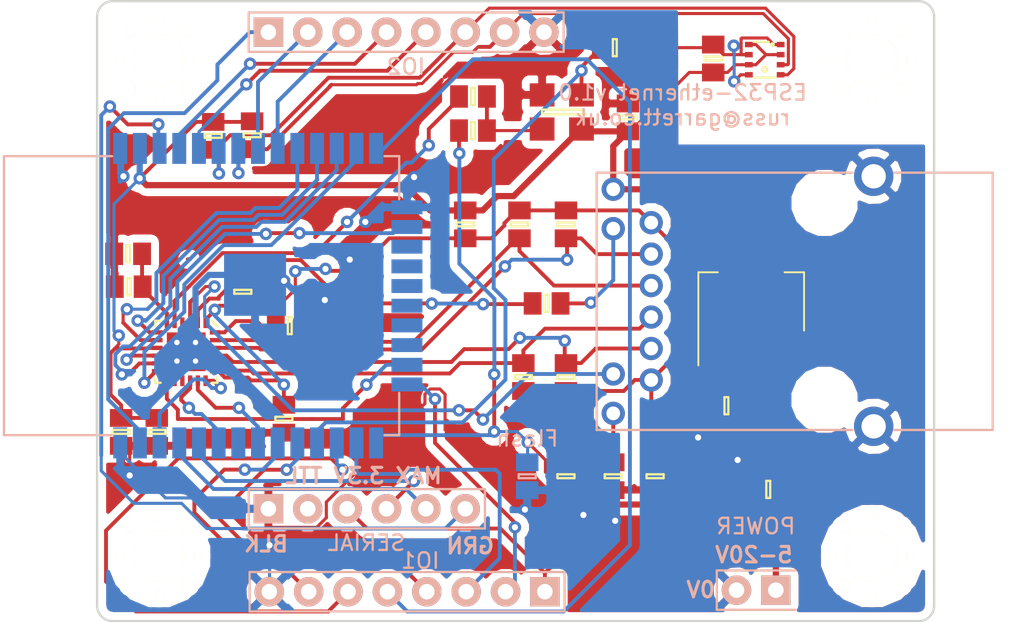
<source format=kicad_pcb>
(kicad_pcb (version 20170123) (host pcbnew "(2017-03-10 revision 23a23d3)-master")
  (layers (0 F.Cu signal) (31 B.Cu signal) (34 B.Paste user) (35 F.Paste user) (36 B.SilkS user) (37 F.SilkS user) (38 B.Mask user) (39 F.Mask user) (44 Edge.Cuts user))
  (net 0 "")
  (net 1 GND)
  (net 2 "Net-(C2-Pad1)")
  (net 3 LAN_VDD)
  (net 4 I2C_SDA)
  (net 5 I2C_SCL)
  (net 6 "Net-(IC2-Pad3)")
  (net 7 GPIO36)
  (net 8 GPIO39)
  (net 9 GPIO32)
  (net 10 GPIO33)
  (net 11 /LAN_PHY/RXD0)
  (net 12 /LAN_PHY/RXD1)
  (net 13 /LAN_PHY/RX_DV)
  (net 14 /LAN_PHY/MDIO)
  (net 15 GPIO12)
  (net 16 /LAN_PHY/RXER)
  (net 17 "Net-(IC2-Pad17)")
  (net 18 "Net-(IC2-Pad18)")
  (net 19 "Net-(IC2-Pad19)")
  (net 20 "Net-(IC2-Pad20)")
  (net 21 "Net-(IC2-Pad21)")
  (net 22 "Net-(IC2-Pad22)")
  (net 23 /LAN_PHY/MDC)
  (net 24 GPIO2)
  (net 25 "Net-(IC2-Pad25)")
  (net 26 GPIO4)
  (net 27 GPIO16)
  (net 28 PHY_CLK_EN)
  (net 29 GPIO5)
  (net 30 GPIO18)
  (net 31 /LAN_PHY/TXD0)
  (net 32 "Net-(IC2-Pad32)")
  (net 33 /LAN_PHY/TXEN)
  (net 34 "Net-(IC2-Pad34)")
  (net 35 "Net-(IC2-Pad35)")
  (net 36 /LAN_PHY/TXD1)
  (net 37 GPIO23)
  (net 38 "Net-(IC5-Pad9)")
  (net 39 "Net-(IC4-Pad20)")
  (net 40 "Net-(IC4-Pad22)")
  (net 41 "Net-(IC5-Pad7)")
  (net 42 "Net-(IC4-Pad21)")
  (net 43 "Net-(IC4-Pad23)")
  (net 44 LED1)
  (net 45 "Net-(J1-Pad2)")
  (net 46 PHY_CLK)
  (net 47 /LAN_PHY/CLK)
  (net 48 "Net-(IC4-Pad24)")
  (net 49 LED2)
  (net 50 "Net-(IC4-Pad4)")
  (net 51 "Net-(IC4-Pad14)")
  (net 52 "Net-(IC4-Pad15)")
  (net 53 3v3)
  (net 54 "Net-(C10-Pad1)")
  (module agg:ESP-WROOM-32 (layer B.Cu) (at 116.74 69)
    (fp_text reference IC2)
    (fp_text value ESP-WROOM-32 hide)
    (pad 1 smd rect (at -5.25 -9) (size 0.9 2) (drill (offset 0 -0.5)) (layers B.Cu B.Paste B.Mask) (net 1 GND))
    (pad 15 smd rect (at 12.75 -5.7 270) (size 0.9 2) (drill (offset 0 -0.5)) (layers B.Cu B.Paste B.Mask) (net 1 GND))
    (pad 2 smd rect (at -3.98 -9) (size 0.9 2) (drill (offset 0 -0.5)) (layers B.Cu B.Paste B.Mask) (net 53 3v3))
    (pad 3 smd rect (at -2.71 -9) (size 0.9 2) (drill (offset 0 -0.5)) (layers B.Cu B.Paste B.Mask) (net 6 "Net-(IC2-Pad3)"))
    (pad 4 smd rect (at -1.44 -9) (size 0.9 2) (drill (offset 0 -0.5)) (layers B.Cu B.Paste B.Mask) (net 7 GPIO36))
    (pad 5 smd rect (at -0.17 -9) (size 0.9 2) (drill (offset 0 -0.5)) (layers B.Cu B.Paste B.Mask) (net 8 GPIO39))
    (pad 6 smd rect (at 1.1 -9) (size 0.9 2) (drill (offset 0 -0.5)) (layers B.Cu B.Paste B.Mask) (net 5 I2C_SCL))
    (pad 7 smd rect (at 2.37 -9) (size 0.9 2) (drill (offset 0 -0.5)) (layers B.Cu B.Paste B.Mask) (net 4 I2C_SDA))
    (pad 8 smd rect (at 3.64 -9) (size 0.9 2) (drill (offset 0 -0.5)) (layers B.Cu B.Paste B.Mask) (net 9 GPIO32))
    (pad 9 smd rect (at 4.91 -9) (size 0.9 2) (drill (offset 0 -0.5)) (layers B.Cu B.Paste B.Mask) (net 10 GPIO33))
    (pad 10 smd rect (at 6.18 -9) (size 0.9 2) (drill (offset 0 -0.5)) (layers B.Cu B.Paste B.Mask) (net 11 /LAN_PHY/RXD0))
    (pad 11 smd rect (at 7.45 -9) (size 0.9 2) (drill (offset 0 -0.5)) (layers B.Cu B.Paste B.Mask) (net 12 /LAN_PHY/RXD1))
    (pad 12 smd rect (at 8.72 -9) (size 0.9 2) (drill (offset 0 -0.5)) (layers B.Cu B.Paste B.Mask) (net 13 /LAN_PHY/RX_DV))
    (pad 13 smd rect (at 9.99 -9) (size 0.9 2) (drill (offset 0 -0.5)) (layers B.Cu B.Paste B.Mask) (net 14 /LAN_PHY/MDIO))
    (pad 14 smd rect (at 11.26 -9) (size 0.9 2) (drill (offset 0 -0.5)) (layers B.Cu B.Paste B.Mask) (net 15 GPIO12))
    (pad 16 smd rect (at 12.75 -4.43 270) (size 0.9 2) (drill (offset 0 -0.5)) (layers B.Cu B.Paste B.Mask) (net 16 /LAN_PHY/RXER))
    (pad 17 smd rect (at 12.75 -3.16 270) (size 0.9 2) (drill (offset 0 -0.5)) (layers B.Cu B.Paste B.Mask) (net 17 "Net-(IC2-Pad17)"))
    (pad 18 smd rect (at 12.75 -1.89 270) (size 0.9 2) (drill (offset 0 -0.5)) (layers B.Cu B.Paste B.Mask) (net 18 "Net-(IC2-Pad18)"))
    (pad 19 smd rect (at 12.75 -0.62 270) (size 0.9 2) (drill (offset 0 -0.5)) (layers B.Cu B.Paste B.Mask) (net 19 "Net-(IC2-Pad19)"))
    (pad 20 smd rect (at 12.75 0.65 270) (size 0.9 2) (drill (offset 0 -0.5)) (layers B.Cu B.Paste B.Mask) (net 20 "Net-(IC2-Pad20)"))
    (pad 21 smd rect (at 12.75 1.92 270) (size 0.9 2) (drill (offset 0 -0.5)) (layers B.Cu B.Paste B.Mask) (net 21 "Net-(IC2-Pad21)"))
    (pad 22 smd rect (at 12.75 3.19 270) (size 0.9 2) (drill (offset 0 -0.5)) (layers B.Cu B.Paste B.Mask) (net 22 "Net-(IC2-Pad22)"))
    (pad 23 smd rect (at 12.75 4.46 270) (size 0.9 2) (drill (offset 0 -0.5)) (layers B.Cu B.Paste B.Mask) (net 23 /LAN_PHY/MDC))
    (pad 24 smd rect (at 12.75 5.73 270) (size 0.9 2) (drill (offset 0 -0.5)) (layers B.Cu B.Paste B.Mask) (net 24 GPIO2))
    (pad 25 smd rect (at 11.26 9 180) (size 0.9 2) (drill (offset 0 -0.5)) (layers B.Cu B.Paste B.Mask) (net 25 "Net-(IC2-Pad25)"))
    (pad 26 smd rect (at 9.99 9 180) (size 0.9 2) (drill (offset 0 -0.5)) (layers B.Cu B.Paste B.Mask) (net 26 GPIO4))
    (pad 27 smd rect (at 8.72 9 180) (size 0.9 2) (drill (offset 0 -0.5)) (layers B.Cu B.Paste B.Mask) (net 27 GPIO16))
    (pad 28 smd rect (at 7.45 9 180) (size 0.9 2) (drill (offset 0 -0.5)) (layers B.Cu B.Paste B.Mask) (net 28 PHY_CLK_EN))
    (pad 29 smd rect (at 6.18 9 180) (size 0.9 2) (drill (offset 0 -0.5)) (layers B.Cu B.Paste B.Mask) (net 29 GPIO5))
    (pad 30 smd rect (at 4.91 9 180) (size 0.9 2) (drill (offset 0 -0.5)) (layers B.Cu B.Paste B.Mask) (net 30 GPIO18))
    (pad 31 smd rect (at 3.64 9 180) (size 0.9 2) (drill (offset 0 -0.5)) (layers B.Cu B.Paste B.Mask) (net 31 /LAN_PHY/TXD0))
    (pad 32 smd rect (at 2.37 9 180) (size 0.9 2) (drill (offset 0 -0.5)) (layers B.Cu B.Paste B.Mask) (net 32 "Net-(IC2-Pad32)"))
    (pad 33 smd rect (at 1.1 9 180) (size 0.9 2) (drill (offset 0 -0.5)) (layers B.Cu B.Paste B.Mask) (net 33 /LAN_PHY/TXEN))
    (pad 34 smd rect (at -0.17 9 180) (size 0.9 2) (drill (offset 0 -0.5)) (layers B.Cu B.Paste B.Mask) (net 34 "Net-(IC2-Pad34)"))
    (pad 35 smd rect (at -1.44 9 180) (size 0.9 2) (drill (offset 0 -0.5)) (layers B.Cu B.Paste B.Mask) (net 35 "Net-(IC2-Pad35)"))
    (pad 36 smd rect (at -2.71 9 180) (size 0.9 2) (drill (offset 0 -0.5)) (layers B.Cu B.Paste B.Mask) (net 36 /LAN_PHY/TXD1))
    (pad 37 smd rect (at -3.98 9 180) (size 0.9 2) (drill (offset 0 -0.5)) (layers B.Cu B.Paste B.Mask) (net 37 GPIO23))
    (pad 38 smd rect (at -5.25 9 180) (size 0.9 2) (drill (offset 0 -0.5)) (layers B.Cu B.Paste B.Mask) (net 1 GND))
    (pad 39 smd rect (at 3.45 -1.2 180) (size 4 4) (drill (offset 0 -0.5)) (layers B.Cu B.Paste B.Mask) (net 1 GND))
  )
  (module agg:QFN-24-EP-MICROCHIP (layer F.Cu) (at 115.75 72.62 270)
    (fp_text reference IC4)
    (fp_text value LAN8720A)
    (pad 1 smd rect (at -1.87 -1.25 270) (size 0.69 0.28) (layers F.Cu F.Paste F.Mask) (net 3 LAN_VDD))
    (pad 2 smd rect (at -1.87 -0.75 270) (size 0.69 0.28) (layers F.Cu F.Paste F.Mask) (net 49 LED2))
    (pad 3 smd rect (at -1.87 -0.25 270) (size 0.69 0.28) (layers F.Cu F.Paste F.Mask) (net 44 LED1))
    (pad 4 smd rect (at -1.87 0.25 270) (size 0.69 0.28) (layers F.Cu F.Paste F.Mask) (net 50 "Net-(IC4-Pad4)"))
    (pad 5 smd rect (at -1.87 0.75 270) (size 0.69 0.28) (layers F.Cu F.Paste F.Mask) (net 47 /LAN_PHY/CLK))
    (pad 6 smd rect (at -1.87 1.25 270) (size 0.69 0.28) (layers F.Cu F.Paste F.Mask) (net 54 "Net-(C10-Pad1)"))
    (pad 7 smd rect (at -1.25 1.87 270) (size 0.28 0.69) (layers F.Cu F.Paste F.Mask) (net 12 /LAN_PHY/RXD1))
    (pad 8 smd rect (at -0.75 1.87 270) (size 0.28 0.69) (layers F.Cu F.Paste F.Mask) (net 11 /LAN_PHY/RXD0))
    (pad 9 smd rect (at -0.25 1.87 270) (size 0.28 0.69) (layers F.Cu F.Paste F.Mask) (net 53 3v3))
    (pad 10 smd rect (at 0.25 1.87 270) (size 0.28 0.69) (layers F.Cu F.Paste F.Mask) (net 16 /LAN_PHY/RXER))
    (pad 11 smd rect (at 0.75 1.87 270) (size 0.28 0.69) (layers F.Cu F.Paste F.Mask) (net 13 /LAN_PHY/RX_DV))
    (pad 12 smd rect (at 1.25 1.87 270) (size 0.28 0.69) (layers F.Cu F.Paste F.Mask) (net 14 /LAN_PHY/MDIO))
    (pad 13 smd rect (at 1.87 1.25 270) (size 0.69 0.28) (layers F.Cu F.Paste F.Mask) (net 23 /LAN_PHY/MDC))
    (pad 14 smd rect (at 1.87 0.75 270) (size 0.69 0.28) (layers F.Cu F.Paste F.Mask) (net 51 "Net-(IC4-Pad14)"))
    (pad 15 smd rect (at 1.87 0.25 270) (size 0.69 0.28) (layers F.Cu F.Paste F.Mask) (net 52 "Net-(IC4-Pad15)"))
    (pad 16 smd rect (at 1.87 -0.25 270) (size 0.69 0.28) (layers F.Cu F.Paste F.Mask) (net 33 /LAN_PHY/TXEN))
    (pad 17 smd rect (at 1.87 -0.75 270) (size 0.69 0.28) (layers F.Cu F.Paste F.Mask) (net 31 /LAN_PHY/TXD0))
    (pad 18 smd rect (at 1.87 -1.25 270) (size 0.69 0.28) (layers F.Cu F.Paste F.Mask) (net 36 /LAN_PHY/TXD1))
    (pad 19 smd rect (at 1.25 -1.87 270) (size 0.28 0.69) (layers F.Cu F.Paste F.Mask) (net 3 LAN_VDD))
    (pad 20 smd rect (at 0.75 -1.87 270) (size 0.28 0.69) (layers F.Cu F.Paste F.Mask) (net 39 "Net-(IC4-Pad20)"))
    (pad 21 smd rect (at 0.25 -1.87 270) (size 0.28 0.69) (layers F.Cu F.Paste F.Mask) (net 42 "Net-(IC4-Pad21)"))
    (pad 22 smd rect (at -0.25 -1.87 270) (size 0.28 0.69) (layers F.Cu F.Paste F.Mask) (net 40 "Net-(IC4-Pad22)"))
    (pad 23 smd rect (at -0.75 -1.87 270) (size 0.28 0.69) (layers F.Cu F.Paste F.Mask) (net 43 "Net-(IC4-Pad23)"))
    (pad 24 smd rect (at -1.25 -1.87 270) (size 0.28 0.69) (layers F.Cu F.Paste F.Mask) (net 48 "Net-(IC4-Pad24)"))
    (pad EP thru_hole circle (at -0.6 -0.6 270) (size 0.5 0.5) (drill 0.35) (layers *.Cu) (net 1 GND))
    (pad EP thru_hole circle (at -0.6 0.6 270) (size 0.5 0.5) (drill 0.35) (layers *.Cu) (net 1 GND))
    (pad EP thru_hole circle (at 0.6 -0.6 270) (size 0.5 0.5) (drill 0.35) (layers *.Cu) (net 1 GND))
    (pad EP thru_hole circle (at 0.6 0.6 270) (size 0.5 0.5) (drill 0.35) (layers *.Cu) (net 1 GND))
    (pad EP smd rect (at 0 0 270) (size 2.5 2.5) (layers F.Cu) (net 1 GND))
  )
  (module agg:0805 (layer F.Cu) (at 112 66.3 180)
    (fp_text reference C7)
    (fp_text value 1u)
    (pad 2 smd rect (at 0.9 0 180) (size 1.15 1.45) (layers F.Cu F.Paste F.Mask) (net 1 GND))
    (pad 1 smd rect (at -0.9 0 180) (size 1.15 1.45) (layers F.Cu F.Paste F.Mask) (net 54 "Net-(C10-Pad1)"))
  )
  (module agg:0805 (layer F.Cu) (at 122.43 70.93 180)
    (fp_text reference R9)
    (fp_text value "12.1k 1%")
    (pad 1 smd rect (at -0.9 0 180) (size 1.15 1.45) (layers F.Cu F.Paste F.Mask) (net 1 GND))
    (pad 2 smd rect (at 0.9 0 180) (size 1.15 1.45) (layers F.Cu F.Paste F.Mask) (net 48 "Net-(IC4-Pad24)"))
  )
  (module agg:M3_MOUNT (layer F.Cu) (at 160 53.8)
    (fp_text reference REF** hide)
    (fp_text value M3_MOUNT hide)
    (pad "" np_thru_hole circle (at 1.8 1.8) (size 0.6 0.6) (drill 0.6) (layers *.Cu *.Mask F.SilkS))
    (pad "" np_thru_hole circle (at -1.8 1.8) (size 0.6 0.6) (drill 0.6) (layers *.Cu *.Mask F.SilkS))
    (pad "" np_thru_hole circle (at 1.8 -1.8) (size 0.6 0.6) (drill 0.6) (layers *.Cu *.Mask F.SilkS))
    (pad "" np_thru_hole circle (at -1.8 -1.8) (size 0.6 0.6) (drill 0.6) (layers *.Cu *.Mask F.SilkS))
    (pad "" np_thru_hole circle (at -2.5 0) (size 0.6 0.6) (drill 0.6) (layers *.Cu *.Mask F.SilkS))
    (pad "" np_thru_hole circle (at 0 2.5) (size 0.6 0.6) (drill 0.6) (layers *.Cu *.Mask F.SilkS))
    (pad "" np_thru_hole circle (at 2.5 0) (size 0.6 0.6) (drill 0.6) (layers *.Cu *.Mask F.SilkS))
    (pad "" np_thru_hole circle (at 0 -2.5) (size 0.6 0.6) (drill 0.6) (layers *.Cu *.Mask F.SilkS))
    (pad "" np_thru_hole circle (at 0 0) (size 3.3 3.3) (drill 3.3) (layers *.Cu *.Mask F.SilkS) (clearance 1.65))
  )
  (module agg:M3_MOUNT (layer F.Cu) (at 160 85.8)
    (fp_text reference REF** hide)
    (fp_text value M3_MOUNT hide)
    (pad "" np_thru_hole circle (at 1.8 1.8) (size 0.6 0.6) (drill 0.6) (layers *.Cu *.Mask F.SilkS))
    (pad "" np_thru_hole circle (at -1.8 1.8) (size 0.6 0.6) (drill 0.6) (layers *.Cu *.Mask F.SilkS))
    (pad "" np_thru_hole circle (at 1.8 -1.8) (size 0.6 0.6) (drill 0.6) (layers *.Cu *.Mask F.SilkS))
    (pad "" np_thru_hole circle (at -1.8 -1.8) (size 0.6 0.6) (drill 0.6) (layers *.Cu *.Mask F.SilkS))
    (pad "" np_thru_hole circle (at -2.5 0) (size 0.6 0.6) (drill 0.6) (layers *.Cu *.Mask F.SilkS))
    (pad "" np_thru_hole circle (at 0 2.5) (size 0.6 0.6) (drill 0.6) (layers *.Cu *.Mask F.SilkS))
    (pad "" np_thru_hole circle (at 2.5 0) (size 0.6 0.6) (drill 0.6) (layers *.Cu *.Mask F.SilkS))
    (pad "" np_thru_hole circle (at 0 -2.5) (size 0.6 0.6) (drill 0.6) (layers *.Cu *.Mask F.SilkS))
    (pad "" np_thru_hole circle (at 0 0) (size 3.3 3.3) (drill 3.3) (layers *.Cu *.Mask F.SilkS) (clearance 1.65))
  )
  (module agg:M3_MOUNT (layer F.Cu) (at 114 85.8)
    (fp_text reference REF** hide)
    (fp_text value M3_MOUNT hide)
    (pad "" np_thru_hole circle (at 1.8 1.8) (size 0.6 0.6) (drill 0.6) (layers *.Cu *.Mask F.SilkS))
    (pad "" np_thru_hole circle (at -1.8 1.8) (size 0.6 0.6) (drill 0.6) (layers *.Cu *.Mask F.SilkS))
    (pad "" np_thru_hole circle (at 1.8 -1.8) (size 0.6 0.6) (drill 0.6) (layers *.Cu *.Mask F.SilkS))
    (pad "" np_thru_hole circle (at -1.8 -1.8) (size 0.6 0.6) (drill 0.6) (layers *.Cu *.Mask F.SilkS))
    (pad "" np_thru_hole circle (at -2.5 0) (size 0.6 0.6) (drill 0.6) (layers *.Cu *.Mask F.SilkS))
    (pad "" np_thru_hole circle (at 0 2.5) (size 0.6 0.6) (drill 0.6) (layers *.Cu *.Mask F.SilkS))
    (pad "" np_thru_hole circle (at 2.5 0) (size 0.6 0.6) (drill 0.6) (layers *.Cu *.Mask F.SilkS))
    (pad "" np_thru_hole circle (at 0 -2.5) (size 0.6 0.6) (drill 0.6) (layers *.Cu *.Mask F.SilkS))
    (pad "" np_thru_hole circle (at 0 0) (size 3.3 3.3) (drill 3.3) (layers *.Cu *.Mask F.SilkS) (clearance 1.65))
  )
  (module agg:M3_MOUNT (layer F.Cu) (at 114 53.8)
    (fp_text reference REF** hide)
    (fp_text value M3_MOUNT hide)
    (pad "" np_thru_hole circle (at 1.8 1.8) (size 0.6 0.6) (drill 0.6) (layers *.Cu *.Mask F.SilkS))
    (pad "" np_thru_hole circle (at -1.8 1.8) (size 0.6 0.6) (drill 0.6) (layers *.Cu *.Mask F.SilkS))
    (pad "" np_thru_hole circle (at 1.8 -1.8) (size 0.6 0.6) (drill 0.6) (layers *.Cu *.Mask F.SilkS))
    (pad "" np_thru_hole circle (at -1.8 -1.8) (size 0.6 0.6) (drill 0.6) (layers *.Cu *.Mask F.SilkS))
    (pad "" np_thru_hole circle (at -2.5 0) (size 0.6 0.6) (drill 0.6) (layers *.Cu *.Mask F.SilkS))
    (pad "" np_thru_hole circle (at 0 2.5) (size 0.6 0.6) (drill 0.6) (layers *.Cu *.Mask F.SilkS))
    (pad "" np_thru_hole circle (at 2.5 0) (size 0.6 0.6) (drill 0.6) (layers *.Cu *.Mask F.SilkS))
    (pad "" np_thru_hole circle (at 0 -2.5) (size 0.6 0.6) (drill 0.6) (layers *.Cu *.Mask F.SilkS))
    (pad "" np_thru_hole circle (at 0 0) (size 3.3 3.3) (drill 3.3) (layers *.Cu *.Mask F.SilkS) (clearance 1.65))
  )
  (module agg:RJMG16X (layer B.Cu) (at 156.93 69.365 90)
    (fp_text reference IC5)
    (fp_text value RJMG16x)
    (pad S thru_hole circle (at -8.065 3.17 90) (size 2.54 2.54) (drill 1.57) (layers *.Cu *.Mask) (net 1 GND))
    (pad S thru_hole circle (at 8.065 3.17 90) (size 2.54 2.54) (drill 1.57) (layers *.Cu *.Mask) (net 1 GND))
    (pad "" np_thru_hole circle (at -6.35 0 90) (size 3.25 3.25) (drill 3.25) (layers *.Cu *.Mask))
    (pad "" np_thru_hole circle (at 6.35 0 90) (size 3.25 3.25) (drill 3.25) (layers *.Cu *.Mask))
    (pad 1 thru_hole circle (at -5.075 -11.18 90) (size 1.5 1.5) (drill 0.89) (layers *.Cu *.Mask) (net 3 LAN_VDD))
    (pad 2 thru_hole circle (at -3.045001 -11.18 90) (size 1.5 1.5) (drill 0.89) (layers *.Cu *.Mask) (net 42 "Net-(IC4-Pad21)"))
    (pad 3 thru_hole circle (at -1.015002 -11.18 90) (size 1.5 1.5) (drill 0.89) (layers *.Cu *.Mask) (net 39 "Net-(IC4-Pad20)"))
    (pad 4 thru_hole circle (at 1.014997 -11.18 90) (size 1.5 1.5) (drill 0.89) (layers *.Cu *.Mask) (net 43 "Net-(IC4-Pad23)"))
    (pad 5 thru_hole circle (at 3.044996 -11.18 90) (size 1.5 1.5) (drill 0.89) (layers *.Cu *.Mask) (net 40 "Net-(IC4-Pad22)"))
    (pad 6 thru_hole circle (at 5.074995 -11.18 90) (size 1.5 1.5) (drill 0.89) (layers *.Cu *.Mask) (net 3 LAN_VDD))
    (pad 10 thru_hole circle (at 7.23 -13.63 90) (size 1.5 1.5) (drill 0.89) (layers *.Cu *.Mask) (net 53 3v3))
    (pad 9 thru_hole circle (at 4.69 -13.63 90) (size 1.5 1.5) (drill 0.89) (layers *.Cu *.Mask) (net 38 "Net-(IC5-Pad9)"))
    (pad 8 thru_hole circle (at -4.69 -13.63 90) (size 1.5 1.5) (drill 0.89) (layers *.Cu *.Mask) (net 44 LED1))
    (pad 7 thru_hole circle (at -7.23 -13.63 90) (size 1.5 1.5) (drill 0.89) (layers *.Cu *.Mask) (net 41 "Net-(IC5-Pad7)"))
  )
  (module agg:0805 (layer F.Cu) (at 149.75 53.7 90)
    (fp_text reference C1)
    (fp_text value 0.1u)
    (pad 1 smd rect (at -0.9 0 90) (size 1.15 1.45) (layers F.Cu F.Paste F.Mask) (net 53 3v3))
    (pad 2 smd rect (at 0.9 0 90) (size 1.15 1.45) (layers F.Cu F.Paste F.Mask) (net 1 GND))
  )
  (module agg:0805 (layer F.Cu) (at 153.3 81.5 180)
    (fp_text reference C2)
    (fp_text value "10u 50V")
    (pad 1 smd rect (at -0.9 0 180) (size 1.15 1.45) (layers F.Cu F.Paste F.Mask) (net 2 "Net-(C2-Pad1)"))
    (pad 2 smd rect (at 0.9 0 180) (size 1.15 1.45) (layers F.Cu F.Paste F.Mask) (net 1 GND))
  )
  (module agg:0805 (layer F.Cu) (at 150.6 76.1 180)
    (fp_text reference C3)
    (fp_text value 22u)
    (pad 2 smd rect (at 0.9 0 180) (size 1.15 1.45) (layers F.Cu F.Paste F.Mask) (net 1 GND))
    (pad 1 smd rect (at -0.9 0 180) (size 1.15 1.45) (layers F.Cu F.Paste F.Mask) (net 53 3v3))
  )
  (module agg:0805 (layer F.Cu) (at 119.4 68.75 90)
    (fp_text reference C4)
    (fp_text value 0.1u)
    (pad 2 smd rect (at 0.9 0 90) (size 1.15 1.45) (layers F.Cu F.Paste F.Mask) (net 1 GND))
    (pad 1 smd rect (at -0.9 0 90) (size 1.15 1.45) (layers F.Cu F.Paste F.Mask) (net 3 LAN_VDD))
  )
  (module agg:0805 (layer F.Cu) (at 122.05 76.94 270)
    (fp_text reference C5)
    (fp_text value 0.1u)
    (pad 1 smd rect (at -0.9 0 270) (size 1.15 1.45) (layers F.Cu F.Paste F.Mask) (net 3 LAN_VDD))
    (pad 2 smd rect (at 0.9 0 270) (size 1.15 1.45) (layers F.Cu F.Paste F.Mask) (net 1 GND))
  )
  (module agg:0805 (layer F.Cu) (at 113.85 77.79 270)
    (fp_text reference C6)
    (fp_text value 10u)
    (pad 1 smd rect (at -0.9 0 270) (size 1.15 1.45) (layers F.Cu F.Paste F.Mask) (net 53 3v3))
    (pad 2 smd rect (at 0.9 0 270) (size 1.15 1.45) (layers F.Cu F.Paste F.Mask) (net 1 GND))
  )
  (module agg:0805 (layer F.Cu) (at 146 80.65 270)
    (fp_text reference C8)
    (fp_text value 0.1u)
    (pad 2 smd rect (at 0.9 0 270) (size 1.15 1.45) (layers F.Cu F.Paste F.Mask) (net 1 GND))
    (pad 1 smd rect (at -0.9 0 270) (size 1.15 1.45) (layers F.Cu F.Paste F.Mask) (net 3 LAN_VDD))
  )
  (module agg:0805 (layer F.Cu) (at 111.55 77.79 270)
    (fp_text reference C9)
    (fp_text value 0.1u)
    (pad 2 smd rect (at 0.9 0 270) (size 1.15 1.45) (layers F.Cu F.Paste F.Mask) (net 1 GND))
    (pad 1 smd rect (at -0.9 0 270) (size 1.15 1.45) (layers F.Cu F.Paste F.Mask) (net 53 3v3))
  )
  (module agg:0805 (layer F.Cu) (at 112.04 68.42 180)
    (fp_text reference C10)
    (fp_text value 470p)
    (pad 1 smd rect (at -0.9 0 180) (size 1.15 1.45) (layers F.Cu F.Paste F.Mask) (net 54 "Net-(C10-Pad1)"))
    (pad 2 smd rect (at 0.9 0 180) (size 1.15 1.45) (layers F.Cu F.Paste F.Mask) (net 1 GND))
  )
  (module agg:BME280 (layer F.Cu) (at 153.074999 53.775)
    (fp_text reference IC1)
    (fp_text value BME280)
    (pad 1 smd rect (at 1.025 -0.975) (size 0.5 0.35) (layers F.Cu F.Paste F.Mask) (net 1 GND))
    (pad 2 smd rect (at 1.025 -0.325) (size 0.5 0.35) (layers F.Cu F.Paste F.Mask) (net 53 3v3))
    (pad 3 smd rect (at 1.025 0.325) (size 0.5 0.35) (layers F.Cu F.Paste F.Mask) (net 4 I2C_SDA))
    (pad 4 smd rect (at 1.025 0.975) (size 0.5 0.35) (layers F.Cu F.Paste F.Mask) (net 5 I2C_SCL))
    (pad 5 smd rect (at -1.024999 0.975) (size 0.5 0.35) (layers F.Cu F.Paste F.Mask) (net 1 GND))
    (pad 6 smd rect (at -1.024999 0.325) (size 0.5 0.35) (layers F.Cu F.Paste F.Mask) (net 53 3v3))
    (pad 7 smd rect (at -1.024999 -0.325) (size 0.5 0.35) (layers F.Cu F.Paste F.Mask) (net 1 GND))
    (pad 8 smd rect (at -1.024999 -0.975) (size 0.5 0.35) (layers F.Cu F.Paste F.Mask) (net 53 3v3))
  )
  (module TO_SOT_Packages_SMD:SOT-223 (layer F.Cu) (at 152.2 69.4 90)
    (fp_text reference IC3 hide)
    (fp_text value NCP1117-3.3 hide)
    (pad 1 smd rect (at -3.15 -2.3 90) (size 2 1.5) (layers F.Cu F.Paste F.Mask) (net 1 GND))
    (pad 3 smd rect (at -3.15 2.3 90) (size 2 1.5) (layers F.Cu F.Paste F.Mask) (net 2 "Net-(C2-Pad1)"))
    (pad 2 smd rect (at -3.15 0 90) (size 2 1.5) (layers F.Cu F.Paste F.Mask) (net 53 3v3))
    (pad 4 smd rect (at 3.15 0 90) (size 2 3.8) (layers F.Cu F.Paste F.Mask) (net 53 3v3))
  )
  (module agg:SIL-254P-06 (layer B.Cu) (at 127.4 82.75)
    (fp_text reference J1)
    (fp_text value SERIAL (at -0.025 2.2) (layer B.SilkS) (effects (justify mirror)))
    (pad 1 thru_hole rect (at -6.35 0) (size 1.9 1.9) (drill 1) (layers *.Cu *.Mask B.SilkS) (net 1 GND))
    (pad 2 thru_hole circle (at -3.81 0) (size 1.9 1.9) (drill 1) (layers *.Cu *.Mask B.SilkS) (net 45 "Net-(J1-Pad2)"))
    (pad 3 thru_hole circle (at -1.27 0) (size 1.9 1.9) (drill 1) (layers *.Cu *.Mask B.SilkS) (net 53 3v3))
    (pad 4 thru_hole circle (at 1.27 0) (size 1.9 1.9) (drill 1) (layers *.Cu *.Mask B.SilkS) (net 34 "Net-(IC2-Pad34)"))
    (pad 5 thru_hole circle (at 3.81 0) (size 1.9 1.9) (drill 1) (layers *.Cu *.Mask B.SilkS) (net 35 "Net-(IC2-Pad35)"))
    (pad 6 thru_hole circle (at 6.35 0) (size 1.9 1.9) (drill 1) (layers *.Cu *.Mask B.SilkS) (net 6 "Net-(IC2-Pad3)"))
  )
  (module agg:DIL-254P-02 (layer B.Cu) (at 152.52 88 270)
    (fp_text reference J2)
    (fp_text value POWER (at -4.125 0.02) (layer B.SilkS) (effects (justify mirror)))
    (pad 1 thru_hole rect (at 0 -1.27 270) (size 1.9 1.9) (drill 1) (layers *.Cu *.Mask B.SilkS) (net 2 "Net-(C2-Pad1)"))
    (pad 2 thru_hole circle (at 0 1.27 270) (size 1.9 1.9) (drill 1) (layers *.Cu *.Mask B.SilkS) (net 1 GND))
  )
  (module agg:SIL-254P-08 (layer B.Cu) (at 130 88.1 180)
    (fp_text reference J3)
    (fp_text value IO1 (at -0.85 2 180) (layer B.SilkS) (effects (justify mirror)))
    (pad 8 thru_hole circle (at 8.89 0 180) (size 1.9 1.9) (drill 1) (layers *.Cu *.Mask B.SilkS) (net 1 GND))
    (pad 7 thru_hole circle (at 6.35 0 180) (size 1.9 1.9) (drill 1) (layers *.Cu *.Mask B.SilkS) (net 30 GPIO18))
    (pad 6 thru_hole circle (at 3.81 0 180) (size 1.9 1.9) (drill 1) (layers *.Cu *.Mask B.SilkS) (net 27 GPIO16))
    (pad 5 thru_hole circle (at 1.27 0 180) (size 1.9 1.9) (drill 1) (layers *.Cu *.Mask B.SilkS) (net 15 GPIO12))
    (pad 4 thru_hole circle (at -1.27 0 180) (size 1.9 1.9) (drill 1) (layers *.Cu *.Mask B.SilkS) (net 29 GPIO5))
    (pad 3 thru_hole circle (at -3.81 0 180) (size 1.9 1.9) (drill 1) (layers *.Cu *.Mask B.SilkS) (net 26 GPIO4))
    (pad 2 thru_hole circle (at -6.35 0 180) (size 1.9 1.9) (drill 1) (layers *.Cu *.Mask B.SilkS) (net 24 GPIO2))
    (pad 1 thru_hole rect (at -8.89 0 180) (size 1.9 1.9) (drill 1) (layers *.Cu *.Mask B.SilkS) (net 53 3v3))
  )
  (module agg:SIL-254P-08 (layer B.Cu) (at 129.94 52)
    (fp_text reference J4)
    (fp_text value IO2 (at -0.015 2.225) (layer B.SilkS) (effects (justify mirror)))
    (pad 1 thru_hole rect (at -8.89 0) (size 1.9 1.9) (drill 1) (layers *.Cu *.Mask B.SilkS) (net 37 GPIO23))
    (pad 2 thru_hole circle (at -6.35 0) (size 1.9 1.9) (drill 1) (layers *.Cu *.Mask B.SilkS) (net 9 GPIO32))
    (pad 3 thru_hole circle (at -3.81 0) (size 1.9 1.9) (drill 1) (layers *.Cu *.Mask B.SilkS) (net 10 GPIO33))
    (pad 4 thru_hole circle (at -1.27 0) (size 1.9 1.9) (drill 1) (layers *.Cu *.Mask B.SilkS) (net 7 GPIO36))
    (pad 5 thru_hole circle (at 1.27 0) (size 1.9 1.9) (drill 1) (layers *.Cu *.Mask B.SilkS) (net 8 GPIO39))
    (pad 6 thru_hole circle (at 3.81 0) (size 1.9 1.9) (drill 1) (layers *.Cu *.Mask B.SilkS) (net 5 I2C_SCL))
    (pad 7 thru_hole circle (at 6.35 0) (size 1.9 1.9) (drill 1) (layers *.Cu *.Mask B.SilkS) (net 4 I2C_SDA))
    (pad 8 thru_hole circle (at 8.89 0) (size 1.9 1.9) (drill 1) (layers *.Cu *.Mask B.SilkS) (net 1 GND))
  )
  (module agg:0805 (layer B.Cu) (at 137.75 80.65 90)
    (fp_text reference JP1)
    (fp_text value Flash (at 2.425 0) (layer B.SilkS) (effects (justify mirror)))
    (pad 1 smd rect (at -0.9 0 90) (size 1.15 1.45) (layers B.Cu B.Paste B.Mask) (net 1 GND))
    (pad 2 smd rect (at 0.9 0 90) (size 1.15 1.45) (layers B.Cu B.Paste B.Mask) (net 25 "Net-(IC2-Pad25)"))
  )
  (module agg:0805 (layer F.Cu) (at 133.75 64.4 270)
    (fp_text reference L1)
    (fp_text value Bead)
    (pad 1 smd rect (at -0.9 0 270) (size 1.15 1.45) (layers F.Cu F.Paste F.Mask) (net 53 3v3))
    (pad 2 smd rect (at 0.9 0 270) (size 1.15 1.45) (layers F.Cu F.Paste F.Mask) (net 3 LAN_VDD))
  )
  (module agg:0805 (layer F.Cu) (at 117.49 58.69 270)
    (fp_text reference R1)
    (fp_text value 4.7K)
    (pad 2 smd rect (at 0.9 0 270) (size 1.15 1.45) (layers F.Cu F.Paste F.Mask) (net 5 I2C_SCL))
    (pad 1 smd rect (at -0.9 0 270) (size 1.15 1.45) (layers F.Cu F.Paste F.Mask) (net 53 3v3))
  )
  (module agg:0805 (layer F.Cu) (at 120 58.65 270)
    (fp_text reference R2)
    (fp_text value 4.7K)
    (pad 1 smd rect (at -0.9 0 270) (size 1.15 1.45) (layers F.Cu F.Paste F.Mask) (net 53 3v3))
    (pad 2 smd rect (at 0.9 0 270) (size 1.15 1.45) (layers F.Cu F.Paste F.Mask) (net 4 I2C_SDA))
  )
  (module agg:0805 (layer F.Cu) (at 140.25 80.65 270)
    (fp_text reference R3)
    (fp_text value 4.7k)
    (pad 2 smd rect (at 0.9 0 270) (size 1.15 1.45) (layers F.Cu F.Paste F.Mask) (net 25 "Net-(IC2-Pad25)"))
    (pad 1 smd rect (at -0.9 0 270) (size 1.15 1.45) (layers F.Cu F.Paste F.Mask) (net 53 3v3))
  )
  (module agg:0805 (layer F.Cu) (at 134.25 58.35 180)
    (fp_text reference R4)
    (fp_text value R)
    (pad 2 smd rect (at 0.9 0 180) (size 1.15 1.45) (layers F.Cu F.Paste F.Mask) (net 25 "Net-(IC2-Pad25)"))
    (pad 1 smd rect (at -0.9 0 180) (size 1.15 1.45) (layers F.Cu F.Paste F.Mask) (net 46 PHY_CLK))
  )
  (module agg:0805 (layer F.Cu) (at 134.25 56.15 180)
    (fp_text reference R5)
    (fp_text value R)
    (pad 2 smd rect (at 0.9 0 180) (size 1.15 1.45) (layers F.Cu F.Paste F.Mask) (net 47 /LAN_PHY/CLK))
    (pad 1 smd rect (at -0.9 0 180) (size 1.15 1.45) (layers F.Cu F.Paste F.Mask) (net 46 PHY_CLK))
  )
  (module agg:0805 (layer F.Cu) (at 143.4 53)
    (fp_text reference R6)
    (fp_text value 4.7k)
    (pad 1 smd rect (at -0.9 0) (size 1.15 1.45) (layers F.Cu F.Paste F.Mask) (net 28 PHY_CLK_EN))
    (pad 2 smd rect (at 0.9 0) (size 1.15 1.45) (layers F.Cu F.Paste F.Mask) (net 1 GND))
  )
  (module agg:0805 (layer F.Cu) (at 140.25 74.25 270)
    (fp_text reference R7)
    (fp_text value 49.9)
    (pad 2 smd rect (at 0.9 0 270) (size 1.15 1.45) (layers F.Cu F.Paste F.Mask) (net 3 LAN_VDD))
    (pad 1 smd rect (at -0.9 0 270) (size 1.15 1.45) (layers F.Cu F.Paste F.Mask) (net 42 "Net-(IC4-Pad21)"))
  )
  (module agg:0805 (layer F.Cu) (at 137.5 74.25 270)
    (fp_text reference R8)
    (fp_text value 49.9)
    (pad 1 smd rect (at -0.9 0 270) (size 1.15 1.45) (layers F.Cu F.Paste F.Mask) (net 39 "Net-(IC4-Pad20)"))
    (pad 2 smd rect (at 0.9 0 270) (size 1.15 1.45) (layers F.Cu F.Paste F.Mask) (net 3 LAN_VDD))
  )
  (module agg:0805 (layer F.Cu) (at 137.25 64.4 90)
    (fp_text reference R10)
    (fp_text value 49.9)
    (pad 1 smd rect (at -0.9 0 90) (size 1.15 1.45) (layers F.Cu F.Paste F.Mask) (net 43 "Net-(IC4-Pad23)"))
    (pad 2 smd rect (at 0.9 0 90) (size 1.15 1.45) (layers F.Cu F.Paste F.Mask) (net 3 LAN_VDD))
  )
  (module agg:0805 (layer F.Cu) (at 140.25 64.4 90)
    (fp_text reference R11)
    (fp_text value 49.9)
    (pad 2 smd rect (at 0.9 0 90) (size 1.15 1.45) (layers F.Cu F.Paste F.Mask) (net 3 LAN_VDD))
    (pad 1 smd rect (at -0.9 0 90) (size 1.15 1.45) (layers F.Cu F.Paste F.Mask) (net 40 "Net-(IC4-Pad22)"))
  )
  (module agg:0805 (layer F.Cu) (at 143.3 80.65 270)
    (fp_text reference R12)
    (fp_text value 270)
    (pad 2 smd rect (at 0.9 0 270) (size 1.15 1.45) (layers F.Cu F.Paste F.Mask) (net 1 GND))
    (pad 1 smd rect (at -0.9 0 270) (size 1.15 1.45) (layers F.Cu F.Paste F.Mask) (net 41 "Net-(IC5-Pad7)"))
  )
  (module agg:0805 (layer F.Cu) (at 139 69.5)
    (fp_text reference R13)
    (fp_text value 270)
    (pad 1 smd rect (at -0.9 0) (size 1.15 1.45) (layers F.Cu F.Paste F.Mask) (net 49 LED2))
    (pad 2 smd rect (at 0.9 0) (size 1.15 1.45) (layers F.Cu F.Paste F.Mask) (net 38 "Net-(IC5-Pad9)"))
  )
  (module agg:SG5032CxN (layer F.Cu) (at 139.98 57.15 270)
    (fp_text reference Y1)
    (fp_text value "SG5032CAN 50MHz" hide)
    (pad 1 smd rect (at -1.1 -1.27 270) (size 1.5 1.6) (layers F.Cu F.Paste F.Mask) (net 28 PHY_CLK_EN))
    (pad 2 smd rect (at -1.1 1.27 270) (size 1.5 1.6) (layers F.Cu F.Paste F.Mask) (net 1 GND))
    (pad 3 smd rect (at 1.1 1.27 270) (size 1.5 1.6) (layers F.Cu F.Paste F.Mask) (net 46 PHY_CLK))
    (pad 4 smd rect (at 1.1 -1.27 270) (size 1.5 1.6) (layers F.Cu F.Paste F.Mask) (net 53 3v3))
  )
  (module agg:0805 (layer F.Cu) (at 144.25 57.5 270)
    (fp_text reference C11)
    (fp_text value 0.1u)
    (pad 1 smd rect (at -0.9 0 270) (size 1.15 1.45) (layers F.Cu F.Paste F.Mask) (net 1 GND))
    (pad 2 smd rect (at 0.9 0 270) (size 1.15 1.45) (layers F.Cu F.Paste F.Mask) (net 53 3v3))
  )
  (gr_text "MAX 3.3V TTL" (at 127.2 80.625) (layer B.SilkS) (effects (font (size 1 1) (thickness 0.2)) (justify mirror)))
  (gr_text "ESP32-ethernet v1.0\nruss@garrett.co.uk" (at 147.775 56.7) (layer B.SilkS) (effects (font (size 1 1)) (justify mirror)))
  (gr_text 5-20V (at 152.375 85.725) (layer B.SilkS) (effects (font (size 1 1) (thickness 0.2)) (justify mirror)))
  (gr_text 0V (at 148.95 87.975) (layer B.SilkS) (effects (font (size 1 1) (thickness 0.2)) (justify mirror)))
  (gr_text GRN (at 134.075 85.15) (layer B.SilkS) (effects (font (size 1 1) (thickness 0.2)) (justify mirror)))
  (gr_text BLK (at 120.9 85.025) (layer B.SilkS) (effects (font (size 1 1) (thickness 0.2)) (justify mirror)))
  (gr_arc (start 111 89) (end 111 90) (angle 90) (layer Edge.Cuts) (width 0.15))
  (gr_arc (start 163 89) (end 164 89) (angle 90) (layer Edge.Cuts) (width 0.15))
  (gr_arc (start 163 51) (end 163 50) (angle 90) (layer Edge.Cuts) (width 0.15))
  (gr_arc (start 111 51) (end 110 51) (angle 90) (layer Edge.Cuts) (width 0.15))
  (gr_line (start 163 50) (end 111 50) (layer Edge.Cuts) (width 0.15))
  (gr_line (start 164 89) (end 164 51) (layer Edge.Cuts) (width 0.15))
  (gr_line (start 111 90) (end 163 90) (layer Edge.Cuts) (width 0.15))
  (gr_line (start 110 51) (end 110 89) (layer Edge.Cuts) (width 0.15))
  (segment (start 115.85 66.65) (end 116 66.65) (width 0.25) (layer F.Cu) (net 0))
  (segment (start 137.6 82.8) (end 141.025 82.8) (width 0.2) (layer F.Cu) (net 1))
  (segment (start 141.025 82.8) (end 141.375 83.15) (width 0.2) (layer F.Cu) (net 1))
  (segment (start 137.6 82.8) (end 137.6 81.7) (width 0.2) (layer B.Cu) (net 1))
  (segment (start 137.6 81.7) (end 137.75 81.55) (width 0.2) (layer B.Cu) (net 1))
  (segment (start 132.450001 77.175001) (end 132.450001 77.650001) (width 0.2) (layer F.Cu) (net 1))
  (segment (start 132.450001 77.650001) (end 137.6 82.8) (width 0.2) (layer F.Cu) (net 1))
  (via (at 137.6 82.8) (size 0.8) (drill 0.4) (layers F.Cu B.Cu) (net 1))
  (segment (start 122.062215 68.040598) (end 123.305268 69.283651) (width 0.4) (layer B.Cu) (net 1))
  (segment (start 123.305268 69.283651) (end 124.691349 69.283651) (width 0.2) (layer B.Cu) (net 1))
  (segment (start 122.062215 68.040598) (end 120.430598 68.040598) (width 0.2) (layer B.Cu) (net 1))
  (segment (start 120.430598 68.040598) (end 120.19 67.8) (width 0.2) (layer B.Cu) (net 1))
  (segment (start 119.4 67.85) (end 121.871617 67.85) (width 0.2) (layer F.Cu) (net 1))
  (segment (start 121.871617 67.85) (end 122.062215 68.040598) (width 0.2) (layer F.Cu) (net 1))
  (via (at 122.062215 68.040598) (size 0.8) (drill 0.4) (layers F.Cu B.Cu) (net 1))
  (segment (start 120.556843 68.166843) (end 120.19 67.8) (width 0.2) (layer B.Cu) (net 1))
  (segment (start 111.1 61.714999) (end 111.289999 61.525) (width 0.2) (layer F.Cu) (net 1))
  (segment (start 111.289999 61.525) (end 111.389999 61.425) (width 0.2) (layer F.Cu) (net 1))
  (segment (start 111.7 61.3) (end 111.475 61.525) (width 0.4) (layer F.Cu) (net 1))
  (segment (start 111.475 61.525) (end 111.289999 61.525) (width 0.4) (layer F.Cu) (net 1))
  (segment (start 111.49 60) (end 111.49 61.09) (width 0.4) (layer B.Cu) (net 1))
  (segment (start 111.49 61.09) (end 111.7 61.3) (width 0.4) (layer B.Cu) (net 1))
  (via (at 111.7 61.3) (size 0.8) (drill 0.4) (layers F.Cu B.Cu) (net 1))
  (segment (start 111.1 66.3) (end 111.1 61.714999) (width 0.2) (layer F.Cu) (net 1))
  (segment (start 116.35 72.02) (end 116.35 70.225) (width 0.4) (layer B.Cu) (net 1))
  (segment (start 116.35 70.225) (end 116.35 68.525403) (width 0.4) (layer B.Cu) (net 1))
  (segment (start 115.15 72.02) (end 115.399999 71.770001) (width 0.4) (layer B.Cu) (net 1))
  (segment (start 115.399999 71.770001) (end 115.399999 71.175001) (width 0.4) (layer B.Cu) (net 1))
  (segment (start 115.399999 71.175001) (end 116.35 70.225) (width 0.4) (layer B.Cu) (net 1))
  (segment (start 116.35 68.525403) (end 117.213938 67.661465) (width 0.4) (layer B.Cu) (net 1))
  (segment (start 117.213938 67.661465) (end 120.051465 67.661465) (width 0.4) (layer B.Cu) (net 1))
  (segment (start 120.051465 67.661465) (end 120.19 67.8) (width 0.4) (layer B.Cu) (net 1))
  (segment (start 130.249998 57.5) (end 130.45 57.700002) (width 0.2) (layer F.Cu) (net 1))
  (segment (start 130.45 57.700002) (end 130.45 61.35) (width 0.2) (layer F.Cu) (net 1))
  (segment (start 136.56 54.9) (end 132.849998 54.9) (width 0.2) (layer F.Cu) (net 1))
  (segment (start 132.849998 54.9) (end 130.249998 57.5) (width 0.2) (layer F.Cu) (net 1))
  (segment (start 138.71 56.05) (end 137.71 56.05) (width 0.2) (layer F.Cu) (net 1))
  (segment (start 137.71 56.05) (end 136.56 54.9) (width 0.2) (layer F.Cu) (net 1))
  (segment (start 152.05 53.45) (end 151.15 53.45) (width 0.2) (layer F.Cu) (net 1))
  (segment (start 151.15 53.45) (end 150.4 53.45) (width 0.2) (layer F.Cu) (net 1))
  (segment (start 151.075 52.875) (end 151.075 53.440685) (width 0.2) (layer F.Cu) (net 1))
  (segment (start 151.075 53.440685) (end 151.084315 53.45) (width 0.2) (layer F.Cu) (net 1))
  (segment (start 151.084315 53.45) (end 151.15 53.45) (width 0.2) (layer F.Cu) (net 1))
  (segment (start 151.1 55.175) (end 151.1 52.9) (width 0.2) (layer B.Cu) (net 1))
  (segment (start 151.1 52.9) (end 151.075 52.875) (width 0.2) (layer B.Cu) (net 1))
  (via (at 151.075 52.875) (size 0.8) (drill 0.4) (layers F.Cu B.Cu) (net 1))
  (segment (start 152.05 54.75) (end 151.525 54.75) (width 0.2) (layer F.Cu) (net 1))
  (segment (start 151.525 54.75) (end 151.1 55.175) (width 0.2) (layer F.Cu) (net 1))
  (via (at 151.1 55.175) (size 0.8) (drill 0.4) (layers F.Cu B.Cu) (net 1))
  (segment (start 152.05 53.45) (end 151.6 53.45) (width 0.2) (layer F.Cu) (net 1))
  (segment (start 151.6 53.45) (end 151.549999 53.399999) (width 0.2) (layer F.Cu) (net 1))
  (segment (start 151.549999 53.399999) (end 151.549999 52.424999) (width 0.2) (layer F.Cu) (net 1))
  (segment (start 151.549999 52.424999) (end 151.599999 52.374999) (width 0.2) (layer F.Cu) (net 1))
  (segment (start 151.599999 52.374999) (end 153.224998 52.374999) (width 0.2) (layer F.Cu) (net 1))
  (segment (start 153.224998 52.374999) (end 153.649999 52.8) (width 0.2) (layer F.Cu) (net 1))
  (segment (start 153.649999 52.8) (end 154.099999 52.8) (width 0.2) (layer F.Cu) (net 1))
  (segment (start 150.4 53.45) (end 149.75 52.8) (width 0.2) (layer F.Cu) (net 1))
  (segment (start 144.3 53) (end 149.55 53) (width 0.2) (layer F.Cu) (net 1))
  (segment (start 149.55 53) (end 149.75 52.8) (width 0.2) (layer F.Cu) (net 1))
  (segment (start 120.151465 67.761465) (end 120.19 67.8) (width 0.2) (layer B.Cu) (net 1))
  (segment (start 111.389999 60.100001) (end 111.49 60) (width 0.2) (layer B.Cu) (net 1))
  (segment (start 112.1 80.6) (end 112.1 79.24) (width 0.2) (layer F.Cu) (net 1))
  (segment (start 112.1 79.24) (end 111.55 78.69) (width 0.2) (layer F.Cu) (net 1))
  (segment (start 111.49 78) (end 111.49 79.99) (width 0.2) (layer B.Cu) (net 1))
  (segment (start 111.49 79.99) (end 112.1 80.6) (width 0.2) (layer B.Cu) (net 1))
  (via (at 112.1 80.6) (size 0.8) (drill 0.4) (layers F.Cu B.Cu) (net 1))
  (segment (start 121.05 82.75) (end 119.9 82.75) (width 0.2) (layer B.Cu) (net 1))
  (segment (start 119.9 82.75) (end 119.199991 82.049991) (width 0.2) (layer B.Cu) (net 1))
  (segment (start 119.199991 82.049991) (end 114.409989 82.049991) (width 0.2) (layer B.Cu) (net 1))
  (segment (start 114.409989 82.049991) (end 111.49 79.130002) (width 0.2) (layer B.Cu) (net 1))
  (segment (start 111.49 79.130002) (end 111.49 78) (width 0.2) (layer B.Cu) (net 1))
  (segment (start 121.125 85.1) (end 121.125 88.085) (width 0.2) (layer B.Cu) (net 1))
  (segment (start 121.125 88.085) (end 121.11 88.1) (width 0.2) (layer B.Cu) (net 1))
  (segment (start 121.05 82.75) (end 121.05 85.025) (width 0.2) (layer F.Cu) (net 1))
  (segment (start 121.05 85.025) (end 121.125 85.1) (width 0.2) (layer F.Cu) (net 1))
  (via (at 121.125 85.1) (size 0.8) (drill 0.4) (layers F.Cu B.Cu) (net 1))
  (segment (start 146 81.55) (end 146.15 81.55) (width 0.2) (layer F.Cu) (net 1))
  (segment (start 146.15 81.55) (end 148.775 78.925) (width 0.2) (layer F.Cu) (net 1))
  (segment (start 148.775 78.925) (end 148.775 78.715685) (width 0.2) (layer F.Cu) (net 1))
  (segment (start 148.775 78.715685) (end 148.775 78.15) (width 0.2) (layer F.Cu) (net 1))
  (segment (start 148.775 78.15) (end 149.7 77.225) (width 0.2) (layer F.Cu) (net 1))
  (segment (start 149.7 77.225) (end 149.7 76.1) (width 0.2) (layer F.Cu) (net 1))
  (segment (start 151.325 79.6) (end 150.225 79.6) (width 0.2) (layer B.Cu) (net 1))
  (segment (start 150.225 79.6) (end 148.775 78.15) (width 0.2) (layer B.Cu) (net 1))
  (via (at 148.775 78.15) (size 0.8) (drill 0.4) (layers F.Cu B.Cu) (net 1))
  (segment (start 152.4 81.5) (end 152.4 81.35) (width 0.2) (layer F.Cu) (net 1))
  (segment (start 152.4 81.35) (end 151.325 80.275) (width 0.2) (layer F.Cu) (net 1))
  (via (at 151.325 79.6) (size 0.8) (drill 0.4) (layers F.Cu B.Cu) (net 1))
  (segment (start 151.325 80.275) (end 151.325 79.6) (width 0.2) (layer F.Cu) (net 1))
  (segment (start 143.425 83.525) (end 143.824999 83.924999) (width 0.2) (layer F.Cu) (net 1))
  (segment (start 143.824999 83.924999) (end 149.200001 83.924999) (width 0.2) (layer F.Cu) (net 1))
  (segment (start 149.200001 83.924999) (end 151.625 81.5) (width 0.2) (layer F.Cu) (net 1))
  (segment (start 151.625 81.5) (end 152.4 81.5) (width 0.2) (layer F.Cu) (net 1))
  (segment (start 143.25 83.15) (end 143.25 83.35) (width 0.2) (layer B.Cu) (net 1))
  (segment (start 143.25 83.35) (end 143.425 83.525) (width 0.2) (layer B.Cu) (net 1))
  (via (at 143.425 83.525) (size 0.8) (drill 0.4) (layers F.Cu B.Cu) (net 1))
  (segment (start 141.375 83.15) (end 143.25 83.15) (width 0.2) (layer B.Cu) (net 1))
  (via (at 141.375 83.15) (size 0.8) (drill 0.4) (layers F.Cu B.Cu) (net 1))
  (segment (start 132.450001 77.175001) (end 132.450001 75.359347) (width 0.2) (layer F.Cu) (net 1))
  (segment (start 132.450001 75.359347) (end 132.112001 75.021347) (width 0.2) (layer F.Cu) (net 1))
  (segment (start 132.112001 75.021347) (end 131.487999 75.021347) (width 0.2) (layer F.Cu) (net 1))
  (segment (start 131.487999 75.021347) (end 131.149999 75.359347) (width 0.2) (layer F.Cu) (net 1))
  (segment (start 131.149999 75.359347) (end 131.149999 75.953999) (width 0.2) (layer F.Cu) (net 1))
  (segment (start 131.149999 75.953999) (end 124.790001 82.313997) (width 0.2) (layer F.Cu) (net 1))
  (segment (start 124.790001 82.313997) (end 124.790001 83.326001) (width 0.2) (layer F.Cu) (net 1))
  (segment (start 124.790001 83.326001) (end 124.166001 83.950001) (width 0.2) (layer F.Cu) (net 1))
  (segment (start 124.166001 83.950001) (end 121.100001 83.950001) (width 0.2) (layer F.Cu) (net 1))
  (segment (start 121.100001 83.950001) (end 121.05 83.9) (width 0.2) (layer F.Cu) (net 1))
  (segment (start 121.05 83.9) (end 121.05 82.75) (width 0.2) (layer F.Cu) (net 1))
  (segment (start 124.691349 69.283651) (end 126.3 67.675) (width 0.25) (layer B.Cu) (net 1))
  (segment (start 126.3 67.675) (end 126.3 66.675) (width 0.25) (layer B.Cu) (net 1))
  (segment (start 123.33 70.93) (end 123.33 70.645) (width 0.25) (layer F.Cu) (net 1))
  (segment (start 123.33 70.645) (end 124.691349 69.283651) (width 0.25) (layer F.Cu) (net 1))
  (via (at 124.691349 69.283651) (size 0.8) (drill 0.4) (layers F.Cu B.Cu) (net 1))
  (segment (start 127.3 64.242346) (end 126.3 65.242346) (width 0.25) (layer F.Cu) (net 1))
  (segment (start 126.3 65.242346) (end 126.3 66.675) (width 0.25) (layer F.Cu) (net 1))
  (via (at 126.3 66.675) (size 0.8) (drill 0.4) (layers F.Cu B.Cu) (net 1))
  (segment (start 129.49 63.3) (end 128.242346 63.3) (width 0.25) (layer B.Cu) (net 1))
  (segment (start 128.242346 63.3) (end 127.3 64.242346) (width 0.25) (layer B.Cu) (net 1))
  (via (at 127.3 64.242346) (size 0.8) (drill 0.4) (layers F.Cu B.Cu) (net 1))
  (segment (start 130.45 61.35) (end 130.45 62.34) (width 0.25) (layer B.Cu) (net 1))
  (segment (start 130.45 62.34) (end 129.49 63.3) (width 0.25) (layer B.Cu) (net 1))
  (segment (start 138.71 56.05) (end 138.66 56.05) (width 0.25) (layer F.Cu) (net 1))
  (segment (start 136.050001 59.335001) (end 134.035002 61.35) (width 0.25) (layer F.Cu) (net 1))
  (segment (start 134.035002 61.35) (end 130.45 61.35) (width 0.25) (layer F.Cu) (net 1))
  (via (at 130.45 61.35) (size 0.8) (drill 0.4) (layers F.Cu B.Cu) (net 1))
  (segment (start 154.2 81.5) (end 154.2 72.85) (width 0.4) (layer F.Cu) (net 2))
  (segment (start 154.2 72.85) (end 154.5 72.55) (width 0.25) (layer F.Cu) (net 2))
  (segment (start 153.79 88) (end 153.79 81.91) (width 0.4) (layer F.Cu) (net 2))
  (segment (start 153.79 81.91) (end 154.2 81.5) (width 0.25) (layer F.Cu) (net 2))
  (segment (start 121.9 69.475) (end 122.790002 68.584998) (width 0.2) (layer F.Cu) (net 3))
  (segment (start 122.790002 68.584998) (end 122.790002 67.43) (width 0.2) (layer F.Cu) (net 3))
  (segment (start 120.745002 69.475) (end 121.9 69.475) (width 0.2) (layer F.Cu) (net 3))
  (segment (start 119.4 69.65) (end 120.570002 69.65) (width 0.2) (layer F.Cu) (net 3))
  (segment (start 120.570002 69.65) (end 120.745002 69.475) (width 0.2) (layer F.Cu) (net 3))
  (segment (start 122.05 74.745) (end 117.589998 70.284998) (width 0.25) (layer B.Cu) (net 3))
  (segment (start 117.589998 70.284998) (end 117.589998 69.915) (width 0.25) (layer B.Cu) (net 3))
  (segment (start 122.05 74.745) (end 122.05 74.48) (width 0.25) (layer F.Cu) (net 3))
  (segment (start 122.05 76.04) (end 122.05 74.745) (width 0.25) (layer F.Cu) (net 3))
  (via (at 122.05 74.745) (size 0.8) (drill 0.4) (layers F.Cu B.Cu) (net 3))
  (segment (start 122.05 74.48) (end 122.04001 74.47001) (width 0.25) (layer F.Cu) (net 3))
  (segment (start 122.04001 74.47001) (end 119.918601 74.470009) (width 0.25) (layer F.Cu) (net 3))
  (segment (start 119.918601 74.470009) (end 119.733602 74.28501) (width 0.25) (layer F.Cu) (net 3))
  (segment (start 119.733602 74.28501) (end 118.24001 74.28501) (width 0.25) (layer F.Cu) (net 3))
  (segment (start 118.24001 74.28501) (end 117.825 73.87) (width 0.25) (layer F.Cu) (net 3))
  (segment (start 117.825 73.87) (end 117.62 73.87) (width 0.25) (layer F.Cu) (net 3))
  (segment (start 124.734155 67.275845) (end 122.944157 67.275845) (width 0.25) (layer B.Cu) (net 3))
  (segment (start 122.944157 67.275845) (end 122.790002 67.43) (width 0.25) (layer B.Cu) (net 3))
  (segment (start 126.75 67.4) (end 124.85831 67.4) (width 0.25) (layer F.Cu) (net 3))
  (segment (start 124.85831 67.4) (end 124.734155 67.275845) (width 0.25) (layer F.Cu) (net 3))
  (via (at 124.734155 67.275845) (size 0.8) (drill 0.4) (layers F.Cu B.Cu) (net 3))
  (segment (start 140.25 75.15) (end 137.5 75.15) (width 0.25) (layer F.Cu) (net 3))
  (segment (start 145.75 74.44) (end 144.68934 74.44) (width 0.25) (layer F.Cu) (net 3))
  (segment (start 144.68934 74.44) (end 143.97934 75.15) (width 0.25) (layer F.Cu) (net 3))
  (segment (start 143.97934 75.15) (end 141.225 75.15) (width 0.25) (layer F.Cu) (net 3))
  (segment (start 141.225 75.15) (end 140.25 75.15) (width 0.25) (layer F.Cu) (net 3))
  (segment (start 145.75 74.44) (end 145.75 79.5) (width 0.25) (layer F.Cu) (net 3))
  (segment (start 145.75 79.5) (end 146 79.75) (width 0.25) (layer F.Cu) (net 3))
  (segment (start 145.75 64.290005) (end 148.824999 67.365004) (width 0.25) (layer F.Cu) (net 3))
  (segment (start 148.824999 67.365004) (end 148.824999 71.365001) (width 0.25) (layer F.Cu) (net 3))
  (segment (start 148.824999 71.365001) (end 146.499999 73.690001) (width 0.25) (layer F.Cu) (net 3))
  (segment (start 146.499999 73.690001) (end 145.75 74.44) (width 0.25) (layer F.Cu) (net 3))
  (segment (start 140.25 63.5) (end 144.959995 63.5) (width 0.25) (layer F.Cu) (net 3))
  (segment (start 144.959995 63.5) (end 145.75 64.290005) (width 0.25) (layer F.Cu) (net 3))
  (segment (start 137.25 63.5) (end 140.25 63.5) (width 0.25) (layer F.Cu) (net 3))
  (segment (start 133.75 65.3) (end 135.45 65.3) (width 0.25) (layer F.Cu) (net 3))
  (segment (start 135.45 65.3) (end 136.275 64.475) (width 0.25) (layer F.Cu) (net 3))
  (segment (start 136.275 64.475) (end 136.275 64.325) (width 0.25) (layer F.Cu) (net 3))
  (segment (start 136.275 64.325) (end 137.1 63.5) (width 0.25) (layer F.Cu) (net 3))
  (segment (start 137.1 63.5) (end 137.25 63.5) (width 0.25) (layer F.Cu) (net 3))
  (segment (start 126.75 67.4) (end 128.85 65.3) (width 0.25) (layer F.Cu) (net 3))
  (segment (start 128.85 65.3) (end 133.75 65.3) (width 0.25) (layer F.Cu) (net 3))
  (segment (start 119.4 69.65) (end 119.55 69.65) (width 0.25) (layer F.Cu) (net 3))
  (via (at 122.790002 67.43) (size 0.8) (drill 0.4) (layers F.Cu B.Cu) (net 3))
  (segment (start 117.63 69.915) (end 117 70.545) (width 0.25) (layer F.Cu) (net 3))
  (segment (start 117.895 69.65) (end 117.63 69.915) (width 0.25) (layer F.Cu) (net 3))
  (segment (start 117.63 69.915) (end 117.589998 69.915) (width 0.25) (layer F.Cu) (net 3))
  (via (at 117.589998 69.915) (size 0.8) (drill 0.4) (layers F.Cu B.Cu) (net 3))
  (segment (start 119.4 69.65) (end 117.895 69.65) (width 0.25) (layer F.Cu) (net 3))
  (segment (start 117 70.545) (end 117 70.75) (width 0.25) (layer F.Cu) (net 3))
  (segment (start 132.990172 53.290172) (end 134.23583 53.290172) (width 0.2) (layer F.Cu) (net 4))
  (segment (start 134.23583 53.290172) (end 134.576003 52.949999) (width 0.2) (layer F.Cu) (net 4))
  (segment (start 134.576003 52.949999) (end 134.664999 52.949999) (width 0.2) (layer F.Cu) (net 4))
  (segment (start 130.965315 55.315029) (end 132.990172 53.290172) (width 0.2) (layer F.Cu) (net 4))
  (segment (start 125.11638 55.39003) (end 130.60997 55.39003) (width 0.2) (layer F.Cu) (net 4))
  (segment (start 130.68497 55.31503) (end 130.965315 55.315029) (width 0.2) (layer F.Cu) (net 4))
  (segment (start 130.60997 55.39003) (end 130.68497 55.31503) (width 0.2) (layer F.Cu) (net 4))
  (segment (start 154.099999 54.1) (end 154.549999 54.1) (width 0.2) (layer F.Cu) (net 4))
  (segment (start 154.549999 54.1) (end 154.6 54.049999) (width 0.2) (layer F.Cu) (net 4))
  (segment (start 154.6 54.049999) (end 154.6 52.424999) (width 0.2) (layer F.Cu) (net 4))
  (segment (start 154.6 52.424999) (end 152.975 50.799999) (width 0.2) (layer F.Cu) (net 4))
  (segment (start 152.975 50.799999) (end 137.490001 50.799999) (width 0.2) (layer F.Cu) (net 4))
  (segment (start 137.490001 50.799999) (end 137.239999 51.050001) (width 0.2) (layer F.Cu) (net 4))
  (segment (start 137.239999 51.050001) (end 136.29 52) (width 0.2) (layer F.Cu) (net 4))
  (segment (start 125.01 55.49641) (end 125.11638 55.39003) (width 0.25) (layer F.Cu) (net 4))
  (segment (start 134.664999 52.949999) (end 135.340001 52.949999) (width 0.25) (layer F.Cu) (net 4))
  (segment (start 135.340001 52.949999) (end 136.29 52) (width 0.25) (layer F.Cu) (net 4))
  (segment (start 120 59.55) (end 120.975 59.55) (width 0.25) (layer F.Cu) (net 4))
  (segment (start 120.975 59.55) (end 125.01 55.515) (width 0.25) (layer F.Cu) (net 4))
  (segment (start 125.01 55.515) (end 125.01 55.49641) (width 0.25) (layer F.Cu) (net 4))
  (segment (start 119.12 61.09) (end 119.12 60.43) (width 0.25) (layer F.Cu) (net 4))
  (segment (start 119.12 60.43) (end 120 59.55) (width 0.25) (layer F.Cu) (net 4))
  (segment (start 119.11 60) (end 119.11 61.08) (width 0.25) (layer B.Cu) (net 4))
  (segment (start 119.11 61.08) (end 119.12 61.09) (width 0.25) (layer B.Cu) (net 4))
  (via (at 119.12 61.09) (size 0.8) (drill 0.4) (layers F.Cu B.Cu) (net 4))
  (segment (start 154.099999 54.75) (end 154.549999 54.75) (width 0.2) (layer F.Cu) (net 5))
  (segment (start 154.549999 54.75) (end 154.95001 54.349989) (width 0.2) (layer F.Cu) (net 5))
  (segment (start 154.95001 54.349989) (end 154.95001 52.280021) (width 0.2) (layer F.Cu) (net 5))
  (segment (start 154.95001 52.280021) (end 153.119978 50.449989) (width 0.2) (layer F.Cu) (net 5))
  (segment (start 153.119978 50.449989) (end 135.300011 50.449989) (width 0.2) (layer F.Cu) (net 5))
  (segment (start 135.300011 50.449989) (end 134.699999 51.050001) (width 0.2) (layer F.Cu) (net 5))
  (segment (start 134.699999 51.050001) (end 133.75 52) (width 0.2) (layer F.Cu) (net 5))
  (segment (start 124.92998 54.94002) (end 130.80998 54.94002) (width 0.25) (layer F.Cu) (net 5))
  (segment (start 130.80998 54.94002) (end 133.75 52) (width 0.25) (layer F.Cu) (net 5))
  (segment (start 117.49 59.59) (end 117.64 59.59) (width 0.25) (layer F.Cu) (net 5))
  (segment (start 117.64 59.59) (end 118.58 58.65) (width 0.25) (layer F.Cu) (net 5))
  (segment (start 118.58 58.65) (end 121.22 58.65) (width 0.25) (layer F.Cu) (net 5))
  (segment (start 121.22 58.65) (end 124.92998 54.94002) (width 0.25) (layer F.Cu) (net 5))
  (segment (start 117.86 61.12) (end 117.86 59.96) (width 0.25) (layer F.Cu) (net 5))
  (segment (start 117.86 59.96) (end 117.49 59.59) (width 0.25) (layer F.Cu) (net 5))
  (segment (start 117.84 60) (end 117.84 61.1) (width 0.25) (layer B.Cu) (net 5))
  (via (at 117.86 61.12) (size 0.8) (drill 0.4) (layers F.Cu B.Cu) (net 5))
  (segment (start 117.84 61.1) (end 117.86 61.12) (width 0.25) (layer B.Cu) (net 5))
  (segment (start 115.449999 82.399999) (end 117.075001 84.025001) (width 0.2) (layer B.Cu) (net 6))
  (segment (start 117.075001 84.025001) (end 119.423589 84.025001) (width 0.2) (layer B.Cu) (net 6))
  (segment (start 110.26499 79.309992) (end 110.26499 80.29699) (width 0.2) (layer B.Cu) (net 6))
  (segment (start 110.26499 80.29699) (end 112.367999 82.399999) (width 0.2) (layer B.Cu) (net 6))
  (segment (start 112.367999 82.399999) (end 115.449999 82.399999) (width 0.2) (layer B.Cu) (net 6))
  (segment (start 113.95 57.950001) (end 113.95 59.92) (width 0.25) (layer B.Cu) (net 6))
  (segment (start 113.95 59.92) (end 114.03 60) (width 0.25) (layer B.Cu) (net 6))
  (segment (start 110.825 56.8) (end 111.975001 57.950001) (width 0.25) (layer F.Cu) (net 6))
  (segment (start 111.975001 57.950001) (end 113.95 57.950001) (width 0.25) (layer F.Cu) (net 6))
  (via (at 113.95 57.950001) (size 0.8) (drill 0.4) (layers F.Cu B.Cu) (net 6))
  (segment (start 133.75 82.75) (end 132.474999 84.025001) (width 0.25) (layer B.Cu) (net 6))
  (segment (start 132.474999 84.025001) (end 119.423589 84.025001) (width 0.25) (layer B.Cu) (net 6))
  (segment (start 110.26499 79.309992) (end 110.26499 57.36001) (width 0.25) (layer B.Cu) (net 6))
  (segment (start 110.26499 57.36001) (end 110.825 56.8) (width 0.25) (layer B.Cu) (net 6))
  (via (at 110.825 56.8) (size 0.8) (drill 0.4) (layers F.Cu B.Cu) (net 6))
  (segment (start 114.03 60) (end 114.03 60.265002) (width 0.25) (layer B.Cu) (net 6))
  (segment (start 119.87 54.04) (end 126.63 54.04) (width 0.25) (layer F.Cu) (net 7))
  (segment (start 126.63 54.04) (end 128.67 52) (width 0.25) (layer F.Cu) (net 7))
  (segment (start 115.3 60) (end 115.3 58.61) (width 0.25) (layer B.Cu) (net 7))
  (segment (start 115.3 58.61) (end 119.87 54.04) (width 0.25) (layer B.Cu) (net 7))
  (via (at 119.87 54.04) (size 0.8) (drill 0.4) (layers F.Cu B.Cu) (net 7))
  (segment (start 116.57 60) (end 116.57 58.43) (width 0.2) (layer B.Cu) (net 8))
  (segment (start 116.57 58.43) (end 117.064999 57.935001) (width 0.2) (layer B.Cu) (net 8))
  (segment (start 120.50999 54.49001) (end 128.71999 54.49001) (width 0.25) (layer F.Cu) (net 8))
  (segment (start 128.71999 54.49001) (end 131.21 52) (width 0.25) (layer F.Cu) (net 8))
  (segment (start 119.63 55.37) (end 120.50999 54.49001) (width 0.25) (layer F.Cu) (net 8))
  (segment (start 117.064999 57.935001) (end 119.63 55.37) (width 0.25) (layer B.Cu) (net 8))
  (via (at 119.63 55.37) (size 0.8) (drill 0.4) (layers F.Cu B.Cu) (net 8))
  (segment (start 120.38 60) (end 120.38 55.21) (width 0.25) (layer B.Cu) (net 9))
  (segment (start 120.38 55.21) (end 123.59 52) (width 0.25) (layer B.Cu) (net 9))
  (segment (start 121.65 60) (end 121.65 56.48) (width 0.25) (layer B.Cu) (net 10))
  (segment (start 121.65 56.48) (end 126.13 52) (width 0.25) (layer B.Cu) (net 10))
  (segment (start 111.925 69.875) (end 113.245769 69.875) (width 0.2) (layer B.Cu) (net 11))
  (segment (start 113.245769 69.875) (end 113.250769 69.87) (width 0.2) (layer B.Cu) (net 11))
  (segment (start 111.68 70.743002) (end 111.68 70.12) (width 0.2) (layer F.Cu) (net 11))
  (segment (start 111.68 70.12) (end 111.925 69.875) (width 0.2) (layer F.Cu) (net 11))
  (via (at 111.925 69.875) (size 0.8) (drill 0.4) (layers F.Cu B.Cu) (net 11))
  (segment (start 113.250769 69.87) (end 113.824809 69.29596) (width 0.25) (layer B.Cu) (net 11))
  (segment (start 117.694387 63.664971) (end 119.894207 63.664971) (width 0.25) (layer B.Cu) (net 11))
  (segment (start 113.824809 69.29596) (end 113.82481 67.534548) (width 0.25) (layer B.Cu) (net 11))
  (segment (start 113.82481 67.534548) (end 117.694387 63.664971) (width 0.25) (layer B.Cu) (net 11))
  (segment (start 119.894207 63.664971) (end 120.219198 63.33998) (width 0.25) (layer B.Cu) (net 11))
  (segment (start 120.219198 63.33998) (end 121.745792 63.33998) (width 0.25) (layer B.Cu) (net 11))
  (segment (start 121.745792 63.33998) (end 122.92 62.165772) (width 0.25) (layer B.Cu) (net 11))
  (segment (start 122.92 62.165772) (end 122.92 60) (width 0.25) (layer B.Cu) (net 11))
  (segment (start 113.88 71.87) (end 112.806998 71.87) (width 0.25) (layer F.Cu) (net 11))
  (segment (start 112.806998 71.87) (end 111.68 70.743002) (width 0.25) (layer F.Cu) (net 11))
  (segment (start 112.62 70.61) (end 112.65 70.58) (width 0.25) (layer B.Cu) (net 12))
  (segment (start 114.274819 67.720949) (end 117.880788 64.11498) (width 0.25) (layer B.Cu) (net 12))
  (segment (start 120.405598 63.78999) (end 121.932192 63.78999) (width 0.25) (layer B.Cu) (net 12))
  (segment (start 121.932192 63.78999) (end 124.206091 61.516091) (width 0.25) (layer B.Cu) (net 12))
  (segment (start 112.65 70.58) (end 113.08 70.58) (width 0.25) (layer B.Cu) (net 12))
  (segment (start 113.08 70.58) (end 113.12 70.62) (width 0.25) (layer B.Cu) (net 12))
  (segment (start 113.12 70.62) (end 113.137179 70.62) (width 0.25) (layer B.Cu) (net 12))
  (segment (start 113.137179 70.62) (end 114.27 69.487179) (width 0.25) (layer B.Cu) (net 12))
  (segment (start 114.27 69.487179) (end 114.27 69.39) (width 0.25) (layer B.Cu) (net 12))
  (segment (start 114.27 69.39) (end 114.274818 69.385182) (width 0.25) (layer B.Cu) (net 12))
  (segment (start 114.274818 69.385182) (end 114.274819 67.720949) (width 0.25) (layer B.Cu) (net 12))
  (segment (start 124.19 61.5) (end 124.19 60) (width 0.25) (layer B.Cu) (net 12))
  (segment (start 117.880788 64.11498) (end 120.080608 64.11498) (width 0.25) (layer B.Cu) (net 12))
  (segment (start 120.080608 64.11498) (end 120.405598 63.78999) (width 0.25) (layer B.Cu) (net 12))
  (segment (start 124.206091 61.516091) (end 124.19 61.5) (width 0.25) (layer B.Cu) (net 12))
  (segment (start 113.88 71.37) (end 113.38 71.37) (width 0.25) (layer F.Cu) (net 12))
  (segment (start 113.38 71.37) (end 112.62 70.61) (width 0.25) (layer F.Cu) (net 12))
  (via (at 112.62 70.61) (size 0.8) (drill 0.4) (layers F.Cu B.Cu) (net 12))
  (segment (start 122.118592 64.24) (end 125.46 60.898592) (width 0.25) (layer B.Cu) (net 13))
  (segment (start 125.46 60.898592) (end 125.46 60) (width 0.25) (layer B.Cu) (net 13))
  (segment (start 118.067188 64.56499) (end 120.267008 64.56499) (width 0.25) (layer B.Cu) (net 13))
  (segment (start 120.267008 64.56499) (end 120.591998 64.24) (width 0.25) (layer B.Cu) (net 13))
  (segment (start 120.591998 64.24) (end 122.118592 64.24) (width 0.25) (layer B.Cu) (net 13))
  (segment (start 114.724828 67.90735) (end 118.067188 64.56499) (width 0.25) (layer B.Cu) (net 13))
  (segment (start 114.724827 69.668762) (end 114.724828 67.90735) (width 0.25) (layer B.Cu) (net 13))
  (segment (start 112.116794 72.276795) (end 114.724827 69.668762) (width 0.25) (layer B.Cu) (net 13))
  (segment (start 111.680202 72.276795) (end 112.116794 72.276795) (width 0.25) (layer B.Cu) (net 13))
  (segment (start 111.595 74.082353) (end 112.160685 74.082353) (width 0.25) (layer B.Cu) (net 13))
  (segment (start 112.160685 74.082353) (end 112.388038 73.855) (width 0.25) (layer B.Cu) (net 13))
  (segment (start 112.388038 73.855) (end 111.551999 73.855) (width 0.25) (layer B.Cu) (net 13))
  (segment (start 111.551999 73.855) (end 111.174999 73.478) (width 0.25) (layer B.Cu) (net 13))
  (segment (start 111.174999 73.478) (end 111.174999 72.781998) (width 0.25) (layer B.Cu) (net 13))
  (segment (start 111.174999 72.781998) (end 111.680202 72.276795) (width 0.25) (layer B.Cu) (net 13))
  (segment (start 113.88 73.37) (end 112.733001 73.37) (width 0.25) (layer F.Cu) (net 13))
  (segment (start 112.733001 73.37) (end 112.020648 74.082353) (width 0.25) (layer F.Cu) (net 13))
  (segment (start 112.020648 74.082353) (end 111.595 74.082353) (width 0.25) (layer F.Cu) (net 13))
  (via (at 111.595 74.082353) (size 0.8) (drill 0.4) (layers F.Cu B.Cu) (net 13))
  (segment (start 126.73 60) (end 126.73 60.265002) (width 0.25) (layer B.Cu) (net 14))
  (segment (start 121.238001 65.740001) (end 118.164997 65.740001) (width 0.25) (layer B.Cu) (net 14))
  (segment (start 126.73 60.265002) (end 121.697 65.298002) (width 0.25) (layer B.Cu) (net 14))
  (segment (start 121.697 65.298002) (end 121.68 65.298002) (width 0.25) (layer B.Cu) (net 14))
  (segment (start 113.05 72.616409) (end 113.05 74.62) (width 0.25) (layer B.Cu) (net 14))
  (segment (start 121.68 65.298002) (end 121.238001 65.740001) (width 0.25) (layer B.Cu) (net 14))
  (segment (start 118.164997 65.740001) (end 115.624846 68.280152) (width 0.25) (layer B.Cu) (net 14))
  (segment (start 115.624846 68.280152) (end 115.624846 70.041563) (width 0.25) (layer B.Cu) (net 14))
  (segment (start 115.624846 70.041563) (end 113.05 72.616409) (width 0.25) (layer B.Cu) (net 14))
  (via (at 113.05 74.62) (size 0.8) (drill 0.4) (layers F.Cu B.Cu) (net 14))
  (segment (start 113.8 73.87) (end 113.05 74.62) (width 0.25) (layer F.Cu) (net 14))
  (segment (start 113.88 73.87) (end 113.8 73.87) (width 0.25) (layer F.Cu) (net 14))
  (segment (start 128 60) (end 134.250001 53.749999) (width 0.25) (layer B.Cu) (net 15))
  (segment (start 134.250001 53.749999) (end 141.598001 53.749999) (width 0.25) (layer B.Cu) (net 15))
  (segment (start 141.598001 53.749999) (end 144.375001 56.526999) (width 0.25) (layer B.Cu) (net 15))
  (segment (start 144.375001 56.526999) (end 144.375001 85.100001) (width 0.25) (layer B.Cu) (net 15))
  (segment (start 144.375001 85.100001) (end 140.100001 89.375001) (width 0.25) (layer B.Cu) (net 15))
  (segment (start 140.100001 89.375001) (end 130.005001 89.375001) (width 0.25) (layer B.Cu) (net 15))
  (segment (start 130.005001 89.375001) (end 129.679999 89.049999) (width 0.25) (layer B.Cu) (net 15))
  (segment (start 129.679999 89.049999) (end 128.73 88.1) (width 0.25) (layer B.Cu) (net 15))
  (segment (start 128 60) (end 128 60.265002) (width 0.25) (layer B.Cu) (net 15))
  (segment (start 123.055154 64.965154) (end 120.939846 64.965154) (width 0.25) (layer F.Cu) (net 16))
  (segment (start 120.939846 64.965154) (end 120.89 65.015) (width 0.25) (layer F.Cu) (net 16))
  (segment (start 124.837346 64.967346) (end 123.057346 64.967346) (width 0.25) (layer B.Cu) (net 16))
  (segment (start 123.057346 64.967346) (end 123.055154 64.965154) (width 0.25) (layer B.Cu) (net 16))
  (via (at 123.055154 64.965154) (size 0.8) (drill 0.4) (layers F.Cu B.Cu) (net 16))
  (segment (start 120.912653 64.992347) (end 120.89 65.015) (width 0.25) (layer F.Cu) (net 16))
  (segment (start 124.837346 64.967346) (end 129.092654 64.967346) (width 0.25) (layer B.Cu) (net 16))
  (segment (start 129.092654 64.967346) (end 129.49 64.57) (width 0.25) (layer B.Cu) (net 16))
  (segment (start 117.829294 65.439294) (end 118.253588 65.015) (width 0.25) (layer B.Cu) (net 16))
  (segment (start 118.253588 65.015) (end 120.89 65.015) (width 0.25) (layer B.Cu) (net 16))
  (via (at 120.89 65.015) (size 0.8) (drill 0.4) (layers F.Cu B.Cu) (net 16))
  (segment (start 115.174837 68.093751) (end 117.829294 65.439294) (width 0.25) (layer B.Cu) (net 16))
  (segment (start 111.9 73.129999) (end 115.174836 69.855163) (width 0.25) (layer B.Cu) (net 16))
  (segment (start 115.174836 69.855163) (end 115.174837 68.093751) (width 0.25) (layer B.Cu) (net 16))
  (segment (start 113.88 72.87) (end 112.159999 72.87) (width 0.25) (layer F.Cu) (net 16))
  (segment (start 112.159999 72.87) (end 111.9 73.129999) (width 0.25) (layer F.Cu) (net 16))
  (via (at 111.9 73.129999) (size 0.8) (drill 0.4) (layers F.Cu B.Cu) (net 16))
  (segment (start 127.375 74.745) (end 128.66 73.46) (width 0.25) (layer B.Cu) (net 23))
  (segment (start 128.66 73.46) (end 129.49 73.46) (width 0.25) (layer B.Cu) (net 23))
  (segment (start 125.860002 76.96) (end 125.860002 76.259998) (width 0.25) (layer F.Cu) (net 23))
  (segment (start 125.860002 76.259998) (end 127.375 74.745) (width 0.25) (layer F.Cu) (net 23))
  (via (at 127.375 74.745) (size 0.8) (drill 0.4) (layers F.Cu B.Cu) (net 23))
  (segment (start 123.87 76.96) (end 125.860002 76.96) (width 0.25) (layer F.Cu) (net 23))
  (segment (start 129.44 73.51) (end 129.49 73.46) (width 0.25) (layer B.Cu) (net 23))
  (segment (start 115.21 76.96) (end 123.87 76.96) (width 0.25) (layer F.Cu) (net 23))
  (segment (start 115.21 76.364998) (end 115.21 76.96) (width 0.25) (layer F.Cu) (net 23))
  (segment (start 114.5 74.49) (end 114.5 75.654998) (width 0.25) (layer F.Cu) (net 23))
  (segment (start 114.5 75.654998) (end 115.21 76.364998) (width 0.25) (layer F.Cu) (net 23))
  (segment (start 136.957653 83.942347) (end 136.957653 87.492347) (width 0.25) (layer B.Cu) (net 24))
  (segment (start 136.957653 87.492347) (end 136.35 88.1) (width 0.25) (layer B.Cu) (net 24))
  (segment (start 131.8 75.671348) (end 131.8 78.5) (width 0.25) (layer F.Cu) (net 24))
  (segment (start 131.8 78.5) (end 136.957653 83.657653) (width 0.25) (layer F.Cu) (net 24))
  (segment (start 136.957653 83.657653) (end 136.957653 83.942347) (width 0.25) (layer F.Cu) (net 24))
  (via (at 136.957653 83.942347) (size 0.8) (drill 0.4) (layers F.Cu B.Cu) (net 24))
  (segment (start 129.49 74.73) (end 130.858652 74.73) (width 0.25) (layer B.Cu) (net 24))
  (segment (start 130.858652 74.73) (end 131.8 75.671348) (width 0.25) (layer B.Cu) (net 24))
  (via (at 131.8 75.671348) (size 0.8) (drill 0.4) (layers F.Cu B.Cu) (net 24))
  (segment (start 137.775 78.45) (end 137.775 79.725) (width 0.2) (layer B.Cu) (net 25))
  (segment (start 137.775 79.725) (end 137.75 79.75) (width 0.2) (layer B.Cu) (net 25))
  (segment (start 137.775 78.45) (end 137.095 77.77) (width 0.2) (layer B.Cu) (net 25))
  (segment (start 137.095 77.77) (end 135.62 77.77) (width 0.2) (layer B.Cu) (net 25))
  (segment (start 138.925 80.375) (end 138.925 79.6) (width 0.2) (layer F.Cu) (net 25))
  (segment (start 138.925 79.6) (end 137.775 78.45) (width 0.2) (layer F.Cu) (net 25))
  (via (at 137.775 78.45) (size 0.8) (drill 0.4) (layers F.Cu B.Cu) (net 25))
  (segment (start 140.25 81.55) (end 140.1 81.55) (width 0.2) (layer F.Cu) (net 25))
  (segment (start 140.1 81.55) (end 138.925 80.375) (width 0.2) (layer F.Cu) (net 25))
  (via (at 135.62 77.77) (size 0.8) (drill 0.4) (layers F.Cu B.Cu) (net 25))
  (segment (start 128 78) (end 135.39 78) (width 0.25) (layer B.Cu) (net 25))
  (segment (start 135.39 78) (end 135.62 77.77) (width 0.25) (layer B.Cu) (net 25))
  (segment (start 135.62 74.075) (end 135.62 77.77) (width 0.25) (layer F.Cu) (net 25))
  (segment (start 135.630307 69.197305) (end 135.630307 74.064693) (width 0.25) (layer B.Cu) (net 25))
  (segment (start 135.630307 74.064693) (end 135.62 74.075) (width 0.25) (layer B.Cu) (net 25))
  (via (at 135.62 74.075) (size 0.8) (drill 0.4) (layers F.Cu B.Cu) (net 25))
  (segment (start 133.35 59.8) (end 133.37 59.82) (width 0.25) (layer F.Cu) (net 25))
  (via (at 133.37 59.82) (size 0.8) (drill 0.4) (layers F.Cu B.Cu) (net 25))
  (segment (start 133.35 58.35) (end 133.35 59.8) (width 0.25) (layer F.Cu) (net 25))
  (segment (start 133.37 66.936998) (end 135.630307 69.197305) (width 0.25) (layer B.Cu) (net 25))
  (segment (start 133.37 59.82) (end 133.37 66.936998) (width 0.25) (layer B.Cu) (net 25))
  (segment (start 140.25 81.55) (end 139.7 81.55) (width 0.25) (layer F.Cu) (net 25))
  (segment (start 135.975 80.5) (end 135.975 85.935) (width 0.25) (layer B.Cu) (net 26))
  (segment (start 135.975 85.935) (end 133.81 88.1) (width 0.25) (layer B.Cu) (net 26))
  (segment (start 135.706619 80.231619) (end 135.975 80.5) (width 0.25) (layer B.Cu) (net 26))
  (segment (start 126.73 78) (end 126.73 80.38) (width 0.25) (layer B.Cu) (net 26))
  (segment (start 126.73 80.38) (end 126.85661 80.50661) (width 0.25) (layer B.Cu) (net 26))
  (segment (start 126.85661 80.50661) (end 129.818869 80.50661) (width 0.25) (layer B.Cu) (net 26))
  (segment (start 129.818869 80.50661) (end 130.09386 80.231619) (width 0.25) (layer B.Cu) (net 26))
  (segment (start 130.09386 80.231619) (end 135.706619 80.231619) (width 0.25) (layer B.Cu) (net 26))
  (segment (start 125.825 80.225) (end 125.099999 79.499999) (width 0.25) (layer F.Cu) (net 27))
  (segment (start 125.099999 79.499999) (end 115.230999 79.499999) (width 0.25) (layer F.Cu) (net 27))
  (segment (start 115.230999 79.499999) (end 110.574999 84.155999) (width 0.25) (layer F.Cu) (net 27))
  (segment (start 110.574999 84.155999) (end 110.574999 87.444001) (width 0.25) (layer F.Cu) (net 27))
  (segment (start 110.574999 87.444001) (end 112.505999 89.375001) (width 0.25) (layer F.Cu) (net 27))
  (segment (start 112.505999 89.375001) (end 124.914999 89.375001) (width 0.25) (layer F.Cu) (net 27))
  (segment (start 124.914999 89.375001) (end 125.240001 89.049999) (width 0.25) (layer F.Cu) (net 27))
  (segment (start 125.240001 89.049999) (end 126.19 88.1) (width 0.25) (layer F.Cu) (net 27))
  (segment (start 125.46 78) (end 125.46 79.86) (width 0.25) (layer B.Cu) (net 27))
  (segment (start 125.46 79.86) (end 125.825 80.225) (width 0.25) (layer B.Cu) (net 27))
  (via (at 125.825 80.225) (size 0.8) (drill 0.4) (layers F.Cu B.Cu) (net 27))
  (segment (start 124.19 78) (end 124.19 77.734998) (width 0.25) (layer B.Cu) (net 28))
  (segment (start 124.19 77.734998) (end 124.749999 77.174999) (width 0.25) (layer B.Cu) (net 28))
  (segment (start 135.587652 60.212348) (end 141.25 54.55) (width 0.25) (layer B.Cu) (net 28))
  (segment (start 141.25 54.55) (end 141.25 54.475) (width 0.25) (layer B.Cu) (net 28))
  (segment (start 124.749999 77.174999) (end 133.593002 77.175) (width 0.25) (layer B.Cu) (net 28))
  (segment (start 133.593002 77.175) (end 136.345001 74.423001) (width 0.25) (layer B.Cu) (net 28))
  (segment (start 136.345001 74.423001) (end 136.345001 69.275589) (width 0.25) (layer B.Cu) (net 28))
  (segment (start 136.345001 69.275589) (end 135.587652 68.51824) (width 0.25) (layer B.Cu) (net 28))
  (segment (start 135.587652 68.51824) (end 135.587652 60.212348) (width 0.25) (layer B.Cu) (net 28))
  (segment (start 141.25 54.475) (end 141.25 54.25) (width 0.25) (layer F.Cu) (net 28))
  (segment (start 141.25 54.25) (end 142.5 53) (width 0.25) (layer F.Cu) (net 28))
  (segment (start 141.25 54.475) (end 141.25 56.05) (width 0.25) (layer F.Cu) (net 28))
  (via (at 141.25 54.475) (size 0.8) (drill 0.4) (layers F.Cu B.Cu) (net 28))
  (segment (start 117.75 83.25) (end 120.305988 85.805988) (width 0.25) (layer F.Cu) (net 29))
  (segment (start 120.305988 85.805988) (end 128.975988 85.805988) (width 0.25) (layer F.Cu) (net 29))
  (segment (start 128.975988 85.805988) (end 130.320001 87.150001) (width 0.25) (layer F.Cu) (net 29))
  (segment (start 130.320001 87.150001) (end 131.27 88.1) (width 0.25) (layer F.Cu) (net 29))
  (segment (start 122.225 80.23162) (end 120.76838 80.23162) (width 0.25) (layer F.Cu) (net 29))
  (segment (start 120.76838 80.23162) (end 117.75 83.25) (width 0.25) (layer F.Cu) (net 29))
  (segment (start 122.92 78) (end 122.92 79.53662) (width 0.25) (layer B.Cu) (net 29))
  (segment (start 122.92 79.53662) (end 122.225 80.23162) (width 0.25) (layer B.Cu) (net 29))
  (via (at 122.225 80.23162) (size 0.8) (drill 0.4) (layers F.Cu B.Cu) (net 29))
  (segment (start 119.525 86.255998) (end 121.805998 86.255998) (width 0.25) (layer F.Cu) (net 30))
  (segment (start 121.805998 86.255998) (end 123.65 88.1) (width 0.25) (layer F.Cu) (net 30))
  (segment (start 116.5 82.075) (end 116.275 82.3) (width 0.25) (layer F.Cu) (net 30))
  (segment (start 116.275 82.3) (end 116.275 83.005998) (width 0.25) (layer F.Cu) (net 30))
  (segment (start 116.275 83.005998) (end 119.525 86.255998) (width 0.25) (layer F.Cu) (net 30))
  (segment (start 118.2 80.225) (end 116.5 81.925) (width 0.25) (layer F.Cu) (net 30))
  (segment (start 116.5 81.925) (end 116.5 82.075) (width 0.25) (layer F.Cu) (net 30))
  (segment (start 119.525 80.225) (end 118.2 80.225) (width 0.25) (layer F.Cu) (net 30))
  (segment (start 121.65 78) (end 121.65 79.265002) (width 0.25) (layer B.Cu) (net 30))
  (segment (start 121.65 79.265002) (end 120.690002 80.225) (width 0.25) (layer B.Cu) (net 30))
  (segment (start 120.690002 80.225) (end 119.525 80.225) (width 0.25) (layer B.Cu) (net 30))
  (via (at 119.525 80.225) (size 0.8) (drill 0.4) (layers F.Cu B.Cu) (net 30))
  (segment (start 119.15 76.235) (end 120.38 77.465) (width 0.25) (layer B.Cu) (net 31))
  (segment (start 120.38 77.465) (end 120.38 78) (width 0.25) (layer B.Cu) (net 31))
  (segment (start 116.5 74.49) (end 116.5 75.085) (width 0.25) (layer F.Cu) (net 31))
  (segment (start 116.5 75.085) (end 117.65 76.235) (width 0.25) (layer F.Cu) (net 31))
  (segment (start 117.65 76.235) (end 119.15 76.235) (width 0.25) (layer F.Cu) (net 31))
  (via (at 119.15 76.235) (size 0.8) (drill 0.4) (layers F.Cu B.Cu) (net 31))
  (segment (start 120.38 77.734998) (end 120.38 78) (width 0.25) (layer B.Cu) (net 31))
  (segment (start 120.38 77.757965) (end 120.38 78) (width 0.25) (layer B.Cu) (net 31))
  (segment (start 115.922813 76.232621) (end 116.322812 76.63262) (width 0.25) (layer B.Cu) (net 33))
  (segment (start 116.322812 76.63262) (end 116.737622 76.63262) (width 0.25) (layer B.Cu) (net 33))
  (segment (start 116.737622 76.63262) (end 117.84 77.734998) (width 0.25) (layer B.Cu) (net 33))
  (segment (start 117.84 77.734998) (end 117.84 78) (width 0.25) (layer B.Cu) (net 33))
  (segment (start 115.425154 75.554846) (end 115.425154 75.734962) (width 0.25) (layer F.Cu) (net 33))
  (segment (start 115.425154 75.734962) (end 115.922813 76.232621) (width 0.25) (layer F.Cu) (net 33))
  (via (at 115.922813 76.232621) (size 0.8) (drill 0.4) (layers F.Cu B.Cu) (net 33))
  (segment (start 116 74.49) (end 116 74.98) (width 0.25) (layer F.Cu) (net 33))
  (segment (start 116 74.98) (end 115.425154 75.554846) (width 0.25) (layer F.Cu) (net 33))
  (segment (start 117.84 77.855) (end 117.84 78) (width 0.25) (layer B.Cu) (net 33))
  (segment (start 130.441861 80.95662) (end 128.67 82.728481) (width 0.25) (layer F.Cu) (net 34))
  (segment (start 128.67 82.728481) (end 128.67 82.75) (width 0.25) (layer F.Cu) (net 34))
  (segment (start 116.57 78) (end 116.57 79.265002) (width 0.25) (layer B.Cu) (net 34))
  (segment (start 116.57 79.265002) (end 118.261618 80.95662) (width 0.25) (layer B.Cu) (net 34))
  (segment (start 118.261618 80.95662) (end 130.441861 80.95662) (width 0.25) (layer B.Cu) (net 34))
  (via (at 130.441861 80.95662) (size 0.8) (drill 0.4) (layers F.Cu B.Cu) (net 34))
  (segment (start 115.3 78) (end 115.3 79.265002) (width 0.25) (layer B.Cu) (net 35))
  (segment (start 115.3 79.265002) (end 117.509997 81.474999) (width 0.25) (layer B.Cu) (net 35))
  (segment (start 117.509997 81.474999) (end 129.934999 81.474999) (width 0.25) (layer B.Cu) (net 35))
  (segment (start 129.934999 81.474999) (end 130.260001 81.800001) (width 0.25) (layer B.Cu) (net 35))
  (segment (start 130.260001 81.800001) (end 131.21 82.75) (width 0.25) (layer B.Cu) (net 35))
  (segment (start 117.977699 74.960894) (end 117.412014 74.960894) (width 0.25) (layer B.Cu) (net 36))
  (segment (start 117.412014 74.960894) (end 116.85112 74.4) (width 0.25) (layer B.Cu) (net 36))
  (segment (start 116.85112 74.4) (end 116.23 74.4) (width 0.25) (layer B.Cu) (net 36))
  (segment (start 116.23 74.4) (end 114.03 76.6) (width 0.25) (layer B.Cu) (net 36))
  (segment (start 114.03 76.6) (end 114.03 78) (width 0.25) (layer B.Cu) (net 36))
  (segment (start 117 74.49) (end 117.506805 74.49) (width 0.25) (layer F.Cu) (net 36))
  (segment (start 117.506805 74.49) (end 117.977699 74.960894) (width 0.25) (layer F.Cu) (net 36))
  (via (at 117.977699 74.960894) (size 0.8) (drill 0.4) (layers F.Cu B.Cu) (net 36))
  (segment (start 117 74.49) (end 117 74.695) (width 0.25) (layer F.Cu) (net 36))
  (segment (start 117.76 55.109002) (end 117.76 54.09) (width 0.25) (layer B.Cu) (net 37))
  (segment (start 117.76 54.09) (end 119.85 52) (width 0.25) (layer B.Cu) (net 37))
  (segment (start 119.85 52) (end 121.05 52) (width 0.25) (layer B.Cu) (net 37))
  (segment (start 112.76 78) (end 112.76 77.734998) (width 0.25) (layer B.Cu) (net 37))
  (segment (start 110.714999 75.689997) (end 110.714999 58.239999) (width 0.25) (layer B.Cu) (net 37))
  (segment (start 112.76 77.734998) (end 110.714999 75.689997) (width 0.25) (layer B.Cu) (net 37))
  (segment (start 110.714999 58.239999) (end 111.729997 57.225001) (width 0.25) (layer B.Cu) (net 37))
  (segment (start 111.729997 57.225001) (end 115.644001 57.225001) (width 0.25) (layer B.Cu) (net 37))
  (segment (start 115.644001 57.225001) (end 117.76 55.109002) (width 0.25) (layer B.Cu) (net 37))
  (segment (start 141.85 69.45) (end 143.3 68) (width 0.25) (layer B.Cu) (net 38))
  (segment (start 143.3 68) (end 143.3 64.675) (width 0.25) (layer B.Cu) (net 38))
  (segment (start 139.9 69.5) (end 141.8 69.5) (width 0.25) (layer F.Cu) (net 38))
  (segment (start 141.8 69.5) (end 141.85 69.45) (width 0.25) (layer F.Cu) (net 38))
  (via (at 141.85 69.45) (size 0.8) (drill 0.4) (layers F.Cu B.Cu) (net 38))
  (segment (start 137.5 73.35) (end 137.5 72.525) (width 0.25) (layer F.Cu) (net 39))
  (segment (start 137.5 72.525) (end 138.894999 71.130001) (width 0.25) (layer F.Cu) (net 39))
  (segment (start 138.894999 71.130001) (end 145.000001 71.130001) (width 0.25) (layer F.Cu) (net 39))
  (segment (start 145.000001 71.130001) (end 145.75 70.380002) (width 0.25) (layer F.Cu) (net 39))
  (segment (start 132.75 74.02) (end 133.42 73.35) (width 0.25) (layer F.Cu) (net 39))
  (segment (start 133.42 73.35) (end 137.5 73.35) (width 0.25) (layer F.Cu) (net 39))
  (segment (start 120.105002 74.02) (end 132.75 74.02) (width 0.25) (layer F.Cu) (net 39))
  (segment (start 118.68 73.835) (end 119.920002 73.835) (width 0.25) (layer F.Cu) (net 39))
  (segment (start 119.920002 73.835) (end 120.105002 74.02) (width 0.25) (layer F.Cu) (net 39))
  (segment (start 117.62 73.37) (end 118.215 73.37) (width 0.25) (layer F.Cu) (net 39))
  (segment (start 118.215 73.37) (end 118.68 73.835) (width 0.25) (layer F.Cu) (net 39))
  (segment (start 137.48 73.37) (end 137.5 73.35) (width 0.25) (layer F.Cu) (net 39))
  (segment (start 140.25 65.3) (end 141.225 65.3) (width 0.25) (layer F.Cu) (net 40))
  (segment (start 141.225 65.3) (end 142.245004 66.320004) (width 0.25) (layer F.Cu) (net 40))
  (segment (start 142.245004 66.320004) (end 144.68934 66.320004) (width 0.25) (layer F.Cu) (net 40))
  (segment (start 144.68934 66.320004) (end 145.75 66.320004) (width 0.25) (layer F.Cu) (net 40))
  (segment (start 140.32 66.68) (end 140.32 65.37) (width 0.25) (layer F.Cu) (net 40))
  (segment (start 140.32 65.37) (end 140.25 65.3) (width 0.25) (layer F.Cu) (net 40))
  (segment (start 136.312653 67.112653) (end 136.745306 66.68) (width 0.25) (layer B.Cu) (net 40))
  (segment (start 136.745306 66.68) (end 140.32 66.68) (width 0.25) (layer B.Cu) (net 40))
  (via (at 140.32 66.68) (size 0.8) (drill 0.4) (layers F.Cu B.Cu) (net 40))
  (segment (start 130.578588 72.471412) (end 130.953894 72.471412) (width 0.25) (layer F.Cu) (net 40))
  (segment (start 130.953894 72.471412) (end 136.312653 67.112653) (width 0.25) (layer F.Cu) (net 40))
  (via (at 136.312653 67.112653) (size 0.8) (drill 0.4) (layers F.Cu B.Cu) (net 40))
  (segment (start 117.62 72.37) (end 120.448588 72.37) (width 0.25) (layer F.Cu) (net 40))
  (segment (start 120.448588 72.37) (end 120.55 72.471412) (width 0.25) (layer F.Cu) (net 40))
  (segment (start 120.55 72.471412) (end 130.578588 72.471412) (width 0.25) (layer F.Cu) (net 40))
  (segment (start 143.3 76.595) (end 143.3 79.75) (width 0.25) (layer F.Cu) (net 41))
  (segment (start 140.17 71.91) (end 140.17 73.27) (width 0.25) (layer F.Cu) (net 42))
  (segment (start 140.17 73.27) (end 140.25 73.35) (width 0.25) (layer F.Cu) (net 42))
  (segment (start 137.278588 71.721107) (end 139.981107 71.721107) (width 0.25) (layer B.Cu) (net 42))
  (segment (start 139.981107 71.721107) (end 140.17 71.91) (width 0.25) (layer B.Cu) (net 42))
  (via (at 140.17 71.91) (size 0.8) (drill 0.4) (layers F.Cu B.Cu) (net 42))
  (segment (start 133.683591 72.449999) (end 136.549696 72.449999) (width 0.25) (layer F.Cu) (net 42))
  (segment (start 136.549696 72.449999) (end 137.278588 71.721107) (width 0.25) (layer F.Cu) (net 42))
  (via (at 137.278588 71.721107) (size 0.8) (drill 0.4) (layers F.Cu B.Cu) (net 42))
  (segment (start 118.35141 72.87) (end 118.76141 73.28) (width 0.25) (layer F.Cu) (net 42))
  (segment (start 118.76141 73.28) (end 132.85359 73.28) (width 0.25) (layer F.Cu) (net 42))
  (segment (start 117.62 72.87) (end 118.35141 72.87) (width 0.25) (layer F.Cu) (net 42))
  (segment (start 132.85359 73.28) (end 133.683591 72.449999) (width 0.25) (layer F.Cu) (net 42))
  (segment (start 140.25 73.35) (end 141.225 73.35) (width 0.25) (layer F.Cu) (net 42))
  (segment (start 141.225 73.35) (end 142.164999 72.410001) (width 0.25) (layer F.Cu) (net 42))
  (segment (start 142.164999 72.410001) (end 144.68934 72.410001) (width 0.25) (layer F.Cu) (net 42))
  (segment (start 144.68934 72.410001) (end 145.75 72.410001) (width 0.25) (layer F.Cu) (net 42))
  (segment (start 140.12 73.22) (end 140.25 73.35) (width 0.25) (layer F.Cu) (net 42))
  (segment (start 137.25 65.3) (end 137.25 66.125) (width 0.25) (layer F.Cu) (net 43))
  (segment (start 137.25 66.125) (end 139.475003 68.350003) (width 0.25) (layer F.Cu) (net 43))
  (segment (start 139.475003 68.350003) (end 144.68934 68.350003) (width 0.25) (layer F.Cu) (net 43))
  (segment (start 144.68934 68.350003) (end 145.75 68.350003) (width 0.25) (layer F.Cu) (net 43))
  (segment (start 117.62 71.87) (end 120.584998 71.87) (width 0.25) (layer F.Cu) (net 43))
  (segment (start 120.584998 71.87) (end 120.694999 71.980001) (width 0.25) (layer F.Cu) (net 43))
  (segment (start 120.694999 71.980001) (end 130.419999 71.980001) (width 0.25) (layer F.Cu) (net 43))
  (segment (start 130.419999 71.980001) (end 137.1 65.3) (width 0.25) (layer F.Cu) (net 43))
  (segment (start 137.1 65.3) (end 137.25 65.3) (width 0.25) (layer F.Cu) (net 43))
  (segment (start 117.573939 68.411466) (end 116.939997 69.045408) (width 0.2) (layer B.Cu) (net 44))
  (segment (start 116.939997 69.045408) (end 116.939997 70.338001) (width 0.2) (layer B.Cu) (net 44))
  (segment (start 116.939997 70.338001) (end 117.139988 70.537992) (width 0.2) (layer B.Cu) (net 44))
  (segment (start 116.349847 69.056843) (end 116.995224 68.411466) (width 0.2) (layer F.Cu) (net 44))
  (segment (start 116.995224 68.411466) (end 117.573939 68.411466) (width 0.2) (layer F.Cu) (net 44))
  (via (at 117.573939 68.411466) (size 0.8) (drill 0.4) (layers F.Cu B.Cu) (net 44))
  (segment (start 134.895 76.996032) (end 137.836032 74.055) (width 0.25) (layer B.Cu) (net 44))
  (segment (start 137.836032 74.055) (end 143.3 74.055) (width 0.25) (layer B.Cu) (net 44))
  (segment (start 133.346349 76.396348) (end 134.295316 76.396348) (width 0.25) (layer F.Cu) (net 44))
  (segment (start 134.295316 76.396348) (end 134.895 76.996032) (width 0.25) (layer F.Cu) (net 44))
  (via (at 134.895 76.996032) (size 0.8) (drill 0.4) (layers F.Cu B.Cu) (net 44))
  (segment (start 121.606998 75.375) (end 121.701999 75.470001) (width 0.25) (layer B.Cu) (net 44))
  (segment (start 117.139988 70.90799) (end 121.606998 75.375) (width 0.25) (layer B.Cu) (net 44))
  (segment (start 121.606998 75.375) (end 122.628346 76.396348) (width 0.25) (layer B.Cu) (net 44))
  (segment (start 122.628346 76.396348) (end 133.346349 76.396348) (width 0.25) (layer B.Cu) (net 44))
  (via (at 133.346349 76.396348) (size 0.8) (drill 0.4) (layers F.Cu B.Cu) (net 44))
  (segment (start 121.701999 75.470001) (end 121.720001 75.470001) (width 0.25) (layer B.Cu) (net 44))
  (segment (start 117.139988 70.537992) (end 117.139988 70.90799) (width 0.25) (layer B.Cu) (net 44))
  (segment (start 116 69.40669) (end 116.349847 69.056843) (width 0.25) (layer F.Cu) (net 44))
  (segment (start 116 70.75) (end 116 69.40669) (width 0.25) (layer F.Cu) (net 44))
  (segment (start 135.15 58.35) (end 138.61 58.35) (width 0.2) (layer F.Cu) (net 46))
  (segment (start 138.61 58.35) (end 138.71 58.25) (width 0.2) (layer F.Cu) (net 46))
  (segment (start 135.15 56.15) (end 135.15 58.35) (width 0.25) (layer F.Cu) (net 46))
  (segment (start 129.95 60.417346) (end 130.282654 60.417346) (width 0.25) (layer B.Cu) (net 47))
  (segment (start 130.282654 60.417346) (end 131.400153 59.299847) (width 0.25) (layer B.Cu) (net 47))
  (segment (start 126.125 64.242346) (end 129.95 60.417346) (width 0.25) (layer B.Cu) (net 47))
  (segment (start 123.713299 66.254989) (end 124.112357 66.254989) (width 0.25) (layer F.Cu) (net 47))
  (segment (start 124.112357 66.254989) (end 126.125 64.242346) (width 0.25) (layer F.Cu) (net 47))
  (via (at 126.125 64.242346) (size 0.8) (drill 0.4) (layers F.Cu B.Cu) (net 47))
  (segment (start 123.713299 66.254989) (end 123.775011 66.254989) (width 0.25) (layer F.Cu) (net 47))
  (segment (start 118.078699 66.254989) (end 123.713299 66.254989) (width 0.25) (layer F.Cu) (net 47))
  (segment (start 115 70.75) (end 115 69.333688) (width 0.25) (layer F.Cu) (net 47))
  (segment (start 115 69.333688) (end 118.078699 66.254989) (width 0.25) (layer F.Cu) (net 47))
  (segment (start 131.400153 58.249847) (end 131.400153 59.299847) (width 0.25) (layer F.Cu) (net 47))
  (segment (start 133.35 56.3) (end 131.400153 58.249847) (width 0.25) (layer F.Cu) (net 47))
  (via (at 131.400153 59.299847) (size 0.8) (drill 0.4) (layers F.Cu B.Cu) (net 47))
  (segment (start 133.35 56.15) (end 133.35 56.3) (width 0.25) (layer F.Cu) (net 47))
  (segment (start 120.29 70.64) (end 120.58 70.93) (width 0.25) (layer F.Cu) (net 48))
  (segment (start 120.58 70.93) (end 121.53 70.93) (width 0.25) (layer F.Cu) (net 48))
  (segment (start 118.945 70.64) (end 120.29 70.64) (width 0.25) (layer F.Cu) (net 48))
  (segment (start 117.62 71.37) (end 118.215 71.37) (width 0.25) (layer F.Cu) (net 48))
  (segment (start 118.215 71.37) (end 118.945 70.64) (width 0.25) (layer F.Cu) (net 48))
  (segment (start 134.905306 69.545306) (end 138.054694 69.545306) (width 0.25) (layer F.Cu) (net 49))
  (segment (start 138.054694 69.545306) (end 138.1 69.5) (width 0.25) (layer F.Cu) (net 49))
  (segment (start 131.590002 69.51) (end 134.87 69.51) (width 0.25) (layer B.Cu) (net 49))
  (segment (start 134.87 69.51) (end 134.905306 69.545306) (width 0.25) (layer B.Cu) (net 49))
  (via (at 134.905306 69.545306) (size 0.8) (drill 0.4) (layers F.Cu B.Cu) (net 49))
  (segment (start 131.580002 69.5) (end 131.590002 69.51) (width 0.25) (layer F.Cu) (net 49))
  (via (at 131.590002 69.51) (size 0.8) (drill 0.4) (layers F.Cu B.Cu) (net 49))
  (segment (start 125.933004 69.5) (end 131.580002 69.5) (width 0.25) (layer F.Cu) (net 49))
  (segment (start 116.5 70.75) (end 116.5 69.931996) (width 0.25) (layer F.Cu) (net 49))
  (segment (start 117.241997 69.189999) (end 117.839999 69.189999) (width 0.25) (layer F.Cu) (net 49))
  (segment (start 123.138003 66.704999) (end 125.933004 69.5) (width 0.25) (layer F.Cu) (net 49))
  (segment (start 117.839999 69.189999) (end 117.84999 69.19999) (width 0.25) (layer F.Cu) (net 49))
  (segment (start 117.84999 69.19999) (end 117.84999 69.09001) (width 0.25) (layer F.Cu) (net 49))
  (segment (start 116.5 69.931996) (end 117.241997 69.189999) (width 0.25) (layer F.Cu) (net 49))
  (segment (start 118.349999 68.590001) (end 118.349999 67.014999) (width 0.25) (layer F.Cu) (net 49))
  (segment (start 117.84999 69.09001) (end 118.349999 68.590001) (width 0.25) (layer F.Cu) (net 49))
  (segment (start 118.349999 67.014999) (end 118.659999 66.704999) (width 0.25) (layer F.Cu) (net 49))
  (segment (start 118.659999 66.704999) (end 123.138003 66.704999) (width 0.25) (layer F.Cu) (net 49))
  (segment (start 138.07 69.53) (end 138.1 69.5) (width 0.25) (layer F.Cu) (net 49))
  (segment (start 129.859999 61.870001) (end 113.190001 61.870001) (width 0.4) (layer F.Cu) (net 53))
  (segment (start 113.190001 61.870001) (end 113.149999 61.829999) (width 0.4) (layer F.Cu) (net 53))
  (segment (start 113.149999 61.829999) (end 112.75 61.43) (width 0.4) (layer F.Cu) (net 53))
  (segment (start 133.75 63.5) (end 131.489998 63.5) (width 0.4) (layer F.Cu) (net 53))
  (segment (start 131.489998 63.5) (end 129.859999 61.870001) (width 0.4) (layer F.Cu) (net 53))
  (segment (start 112.75 61.43) (end 112.75 60.01) (width 0.4) (layer B.Cu) (net 53))
  (segment (start 112.75 60.01) (end 112.76 60) (width 0.4) (layer B.Cu) (net 53))
  (segment (start 141.25 58.25) (end 141.2 58.25) (width 0.4) (layer F.Cu) (net 53))
  (segment (start 141.2 58.25) (end 136.875001 62.574999) (width 0.4) (layer F.Cu) (net 53))
  (segment (start 136.875001 62.574999) (end 135.800001 62.574999) (width 0.4) (layer F.Cu) (net 53))
  (segment (start 135.800001 62.574999) (end 134.875 63.5) (width 0.4) (layer F.Cu) (net 53))
  (segment (start 134.875 63.5) (end 133.75 63.5) (width 0.4) (layer F.Cu) (net 53))
  (segment (start 144.25 58.4) (end 141.4 58.4) (width 0.4) (layer F.Cu) (net 53))
  (segment (start 141.4 58.4) (end 141.25 58.25) (width 0.4) (layer F.Cu) (net 53))
  (segment (start 143.3 62.135) (end 143.3 59.35) (width 0.4) (layer F.Cu) (net 53))
  (segment (start 143.3 59.35) (end 144.25 58.4) (width 0.4) (layer F.Cu) (net 53))
  (segment (start 151.5 76.1) (end 151.5 77.980002) (width 0.4) (layer F.Cu) (net 53))
  (segment (start 151.5 77.980002) (end 147.005001 82.475001) (width 0.4) (layer F.Cu) (net 53))
  (segment (start 147.005001 82.475001) (end 142.339999 82.475001) (width 0.4) (layer F.Cu) (net 53))
  (segment (start 142.339999 82.475001) (end 142.314999 82.450001) (width 0.4) (layer F.Cu) (net 53))
  (segment (start 144.25 58.4) (end 144.4 58.4) (width 0.2) (layer F.Cu) (net 53))
  (segment (start 144.4 58.4) (end 148.2 54.6) (width 0.2) (layer F.Cu) (net 53))
  (segment (start 148.2 54.6) (end 149.75 54.6) (width 0.2) (layer F.Cu) (net 53))
  (segment (start 153.15 53.45) (end 152.5 52.8) (width 0.2) (layer F.Cu) (net 53))
  (segment (start 152.5 52.8) (end 152.05 52.8) (width 0.2) (layer F.Cu) (net 53))
  (segment (start 152.05 54.1) (end 152.5 54.1) (width 0.2) (layer F.Cu) (net 53))
  (segment (start 152.5 54.1) (end 153.15 53.45) (width 0.2) (layer F.Cu) (net 53))
  (segment (start 153.15 53.45) (end 153.649999 53.45) (width 0.2) (layer F.Cu) (net 53))
  (segment (start 153.649999 53.45) (end 154.099999 53.45) (width 0.2) (layer F.Cu) (net 53))
  (segment (start 149.75 54.6) (end 150.675 54.6) (width 0.2) (layer F.Cu) (net 53))
  (segment (start 150.675 54.6) (end 151.175 54.1) (width 0.2) (layer F.Cu) (net 53))
  (segment (start 151.175 54.1) (end 151.6 54.1) (width 0.2) (layer F.Cu) (net 53))
  (segment (start 151.6 54.1) (end 152.05 54.1) (width 0.2) (layer F.Cu) (net 53))
  (segment (start 111.4 71.575) (end 111.4 72.140685) (width 0.2) (layer F.Cu) (net 53))
  (segment (start 111.4 72.140685) (end 111.165001 72.375684) (width 0.2) (layer F.Cu) (net 53))
  (segment (start 111.165001 72.375684) (end 111.165001 72.404999) (width 0.2) (layer F.Cu) (net 53))
  (segment (start 111.090009 71.15) (end 111.090009 71.265009) (width 0.2) (layer B.Cu) (net 53))
  (segment (start 111.090009 71.265009) (end 111.4 71.575) (width 0.2) (layer B.Cu) (net 53))
  (via (at 111.4 71.575) (size 0.8) (drill 0.4) (layers F.Cu B.Cu) (net 53))
  (segment (start 111.090009 63.089991) (end 111.090009 71.15) (width 0.2) (layer B.Cu) (net 53))
  (segment (start 112.75 61.43) (end 111.090009 63.089991) (width 0.2) (layer B.Cu) (net 53))
  (segment (start 126.13 82.75) (end 127.405001 84.025001) (width 0.25) (layer F.Cu) (net 53))
  (segment (start 127.405001 84.025001) (end 136.015001 84.025001) (width 0.25) (layer F.Cu) (net 53))
  (segment (start 136.015001 84.025001) (end 138.89 86.9) (width 0.25) (layer F.Cu) (net 53))
  (segment (start 138.89 86.9) (end 138.89 88.1) (width 0.25) (layer F.Cu) (net 53))
  (segment (start 117.49 57.79) (end 119.96 57.79) (width 0.25) (layer F.Cu) (net 53))
  (segment (start 119.96 57.79) (end 120 57.75) (width 0.25) (layer F.Cu) (net 53))
  (segment (start 112.75 61.43) (end 116.39 57.79) (width 0.25) (layer F.Cu) (net 53))
  (segment (start 116.39 57.79) (end 117.49 57.79) (width 0.25) (layer F.Cu) (net 53))
  (segment (start 112.76 61.42) (end 112.75 61.43) (width 0.25) (layer B.Cu) (net 53))
  (via (at 112.75 61.43) (size 0.8) (drill 0.4) (layers F.Cu B.Cu) (net 53))
  (segment (start 138.89 86.9) (end 142.249999 83.540001) (width 0.25) (layer F.Cu) (net 53))
  (segment (start 142.249999 83.540001) (end 142.249999 82.385001) (width 0.25) (layer F.Cu) (net 53))
  (segment (start 142.314999 82.450001) (end 142.249999 82.385001) (width 0.25) (layer F.Cu) (net 53))
  (segment (start 142.249999 82.385001) (end 142.249999 81.599999) (width 0.25) (layer F.Cu) (net 53))
  (segment (start 142.249999 81.599999) (end 140.4 79.75) (width 0.25) (layer F.Cu) (net 53))
  (segment (start 140.4 79.75) (end 140.25 79.75) (width 0.25) (layer F.Cu) (net 53))
  (segment (start 152.2 66.25) (end 151.3 66.25) (width 0.25) (layer F.Cu) (net 53))
  (segment (start 151.3 66.25) (end 147.185 62.135) (width 0.4) (layer F.Cu) (net 53))
  (segment (start 147.185 62.135) (end 144.36066 62.135) (width 0.4) (layer F.Cu) (net 53))
  (segment (start 144.36066 62.135) (end 143.3 62.135) (width 0.4) (layer F.Cu) (net 53))
  (segment (start 152.2 72.55) (end 152.2 71.3) (width 0.4) (layer F.Cu) (net 53))
  (segment (start 152.2 71.3) (end 152.2 66.25) (width 0.4) (layer F.Cu) (net 53))
  (segment (start 151.775 75.9) (end 151.775 73.05) (width 0.5) (layer F.Cu) (net 53))
  (segment (start 113.274999 72.404999) (end 113.274999 72.380001) (width 0.25) (layer F.Cu) (net 53))
  (segment (start 113.274999 72.380001) (end 113.285 72.37) (width 0.25) (layer F.Cu) (net 53))
  (segment (start 113.285 72.37) (end 113.88 72.37) (width 0.25) (layer F.Cu) (net 53))
  (segment (start 110.87 72.7) (end 111.165001 72.404999) (width 0.25) (layer F.Cu) (net 53))
  (segment (start 111.165001 72.404999) (end 113.274999 72.404999) (width 0.25) (layer F.Cu) (net 53))
  (segment (start 110.87 75.385) (end 110.87 72.7) (width 0.25) (layer F.Cu) (net 53))
  (segment (start 111.55 76.89) (end 111.55 76.065) (width 0.25) (layer F.Cu) (net 53))
  (segment (start 111.55 76.065) (end 110.87 75.385) (width 0.25) (layer F.Cu) (net 53))
  (segment (start 111.55 76.89) (end 113.85 76.89) (width 0.25) (layer F.Cu) (net 53))
  (segment (start 112.94 68.42) (end 112.94 68.57) (width 0.25) (layer F.Cu) (net 54))
  (segment (start 114.5 70.155) (end 114.5 70.75) (width 0.25) (layer F.Cu) (net 54))
  (segment (start 112.94 68.57) (end 114.5 70.13) (width 0.25) (layer F.Cu) (net 54))
  (segment (start 114.5 70.13) (end 114.5 70.155) (width 0.25) (layer F.Cu) (net 54))
  (segment (start 112.9 66.3) (end 112.9 68.38) (width 0.25) (layer F.Cu) (net 54))
  (segment (start 112.9 68.38) (end 112.94 68.42) (width 0.25) (layer F.Cu) (net 54))
  (zone (net 1) (net_name GND) (layer B.Cu) (connect_pads (clearance 0.508)) (min_thickness 0.254) (fill yes (arc_segments 16) (thermal_gap 0.508) (thermal_bridge_width 0.508))
    (polygon (pts (xy 110 49.925) (xy 110 90) (xy 164 90) (xy 164 59.25) (xy 147.5 59.25) (xy 147.475 49.925)))
  )
  (zone (net 1) (net_name GND) (layer F.Cu) (connect_pads (clearance 0.508)) (min_thickness 0.254) (fill yes (arc_segments 16) (thermal_gap 0.508) (thermal_bridge_width 0.508))
    (polygon (pts (xy 110 49.925) (xy 110 90) (xy 164 90) (xy 164 59.25) (xy 147.5 59.25) (xy 147.475 49.925)))
  )
)
</source>
